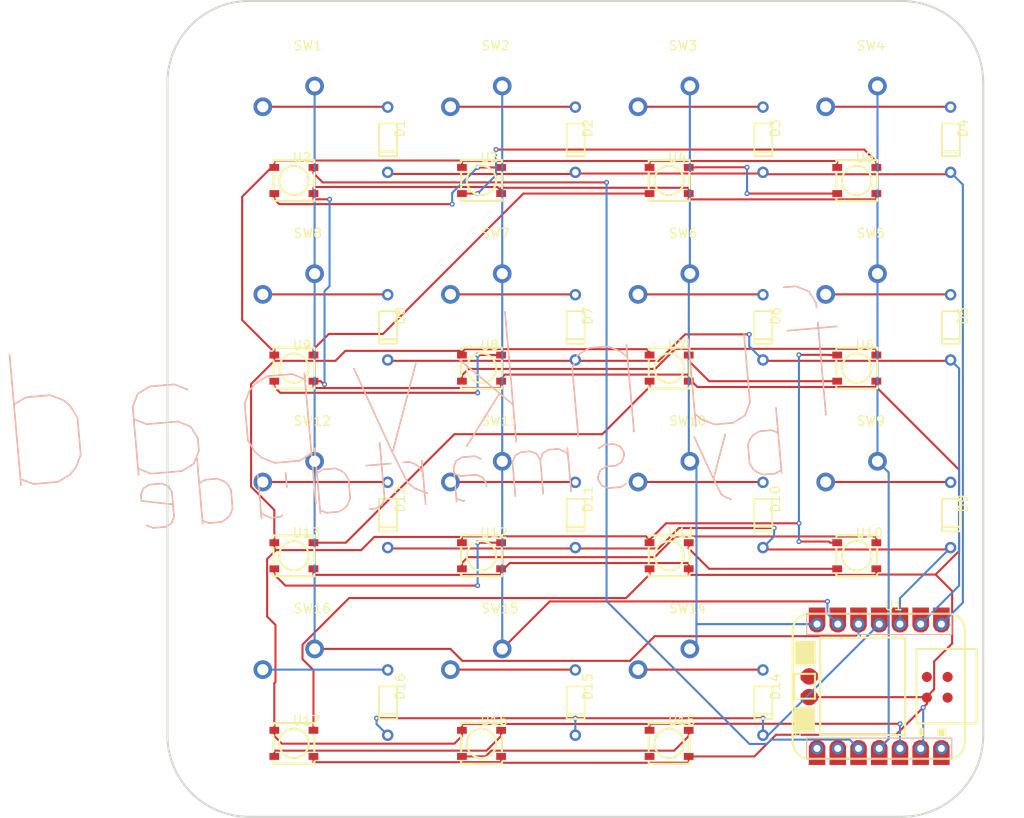
<source format=kicad_pcb>
(kicad_pcb (version 20171130) (host pcbnew "(5.1.5)-3") (page "A4") (layers (0 "F.Cu" signal) (31 "B.Cu" signal) (32 "B.Adhes" user) (33 "F.Adhes" user) (34 "B.Paste" user) (35 "F.Paste" user) (36 "B.SilkS" user) (37 "F.SilkS" user) (38 "B.Mask" user) (39 "F.Mask" user) (40 "Dwgs.User" user) (41 "Cmts.User" user) (42 "Eco1.User" user) (43 "Eco2.User" user) (44 "Edge.Cuts" user) (45 "Margin" user) (46 "B.CrtYd" user) (47 "F.CrtYd" user) (48 "B.Fab" user hide) (49 "F.Fab" user hide)) (net 0 "") (net 1 "COL0") (net 2 "COL1") (net 3 "COL2") (net 4 "COL3") (net 5 "D12_1") (net 6 "D16_1") (net 7 "D2_1") (net 8 "D3_1") (net 9 "D4_1") (net 10 "D8_1") (net 11 "DIN") (net 12 "GND") (net 13 "ROW0") (net 14 "ROW1") (net 15 "ROW2") (net 16 "ROW3") (net 17 "SW10_R") (net 18 "SW11_R") (net 19 "SW14_R") (net 20 "SW15_R") (net 21 "SW1_R") (net 22 "SW5_R") (net 23 "SW6_R") (net 24 "SW7_R") (net 25 "SW9_R") (net 26 "U10_2") (net 27 "U10_4") (net 28 "U11_2") (net 29 "U12_4") (net 30 "U15_4") (net 31 "U16_4") (net 32 "U2_2") (net 33 "U3_2") (net 34 "U4_2") (net 35 "U4_4") (net 36 "U6_2") (net 37 "U6_4") (net 38 "U7_2") (net 39 "U8_4") (net 40 "VCC") (segment (start 99.954 177.218) (end 102.587 174.585) (width 0.254) (layer "B.Cu") (net 13)) (segment (start 102.587 174.585) (end 102.587 123.345) (width 0.254) (layer "B.Cu") (net 13)) (segment (start 102.587 123.345) (end 101.08 121.838) (width 0.254) (layer "B.Cu") (net 13)) (segment (start 78.08 144.838) (end 76.4 143.158) (width 0.254) (layer "B.Cu") (net 14)) (segment (start 76.4 143.158) (end 76.4 141.7) (width 0.254) (layer "B.Cu") (net 14)) (segment (start 97.414 177.218) (end 102.126 172.506) (width 0.254) (layer "B.Cu") (net 14)) (segment (start 102.126 172.506) (end 102.126 145.884) (width 0.254) (layer "B.Cu") (net 14)) (segment (start 102.126 145.884) (end 101.08 144.838) (width 0.254) (layer "B.Cu") (net 14)) (segment (start 78.08 167.838) (end 79.446 166.472) (width 0.254) (layer "B.Cu") (net 15)) (segment (start 79.446 166.472) (end 79.446 165.444) (width 0.254) (layer "B.Cu") (net 15)) (segment (start 94.874 177.218) (end 94.874 174.044) (width 0.254) (layer "B.Cu") (net 15)) (segment (start 94.874 174.044) (end 101.08 167.838) (width 0.254) (layer "B.Cu") (net 15)) (segment (start 32.08 190.838) (end 30.715 189.473) (width 0.254) (layer "B.Cu") (net 16)) (segment (start 30.715 189.473) (end 30.715 188.754) (width 0.254) (layer "B.Cu") (net 16)) (segment (start 78.08 190.838) (end 78.08 188.754) (width 0.254) (layer "B.Cu") (net 16)) (segment (start 78.08 190.838) (end 78.714 190.838) (width 0.254) (layer "B.Cu") (net 16)) (segment (start 78.714 190.838) (end 92.334 177.218) (width 0.254) (layer "B.Cu") (net 16)) (segment (start 55.08 190.838) (end 55.08 188.754) (width 0.254) (layer "B.Cu") (net 16)) (segment (start 16.77 182.798) (end 32.04 182.798) (width 0.254) (layer "B.Cu") (net 6)) (segment (start 32.04 182.798) (end 32.08 182.838) (width 0.254) (layer "B.Cu") (net 6)) (segment (start 23.12 134.258) (end 23.12 157.258) (width 0.254) (layer "B.Cu") (net 1)) (segment (start 89.794 177.218) (end 89.794 178.701) (width 0.254) (layer "B.Cu") (net 1)) (segment (start 23.12 134.258) (end 23.12 111.258) (width 0.254) (layer "B.Cu") (net 1)) (segment (start 23.12 180.258) (end 23.12 157.258) (width 0.254) (layer "B.Cu") (net 1)) (segment (start 46.12 134.258) (end 46.12 111.258) (width 0.254) (layer "B.Cu") (net 2)) (segment (start 46.12 157.258) (end 46.12 134.258) (width 0.254) (layer "B.Cu") (net 2)) (segment (start 46.12 180.258) (end 46.12 157.258) (width 0.254) (layer "B.Cu") (net 2)) (segment (start 87.254 177.218) (end 85.984 175.948) (width 0.254) (layer "B.Cu") (net 2)) (segment (start 85.984 175.948) (end 85.984 174.433) (width 0.254) (layer "B.Cu") (net 2)) (segment (start 69.12 134.258) (end 68.991 134.386) (width 0.254) (layer "B.Cu") (net 3)) (segment (start 68.991 134.386) (end 68.991 157.129) (width 0.254) (layer "B.Cu") (net 3)) (segment (start 68.991 157.129) (end 69.12 157.258) (width 0.254) (layer "B.Cu") (net 3)) (segment (start 69.12 134.258) (end 69.12 111.258) (width 0.254) (layer "B.Cu") (net 3)) (segment (start 69.928 177.218) (end 69.928 158.066) (width 0.254) (layer "B.Cu") (net 3)) (segment (start 69.928 158.066) (end 69.12 157.258) (width 0.254) (layer "B.Cu") (net 3)) (segment (start 69.12 180.258) (end 69.928 179.449) (width 0.254) (layer "B.Cu") (net 3)) (segment (start 69.928 179.449) (end 69.928 177.218) (width 0.254) (layer "B.Cu") (net 3)) (segment (start 69.928 177.218) (end 84.714 177.218) (width 0.254) (layer "B.Cu") (net 3)) (segment (start 92.12 111.258) (end 92.12 134.258) (width 0.254) (layer "B.Cu") (net 4)) (segment (start 92.12 134.258) (end 92.12 157.258) (width 0.254) (layer "B.Cu") (net 4)) (segment (start 92.334 192.458) (end 93.49 191.302) (width 0.254) (layer "B.Cu") (net 4)) (segment (start 93.49 191.302) (end 93.49 158.628) (width 0.254) (layer "B.Cu") (net 4)) (segment (start 93.49 158.628) (end 92.12 157.258) (width 0.254) (layer "B.Cu") (net 4)) (segment (start 24.335 147.833) (end 24.335 136.403) (width 0.254) (layer "B.Cu") (net 12)) (segment (start 24.335 136.403) (end 24.953 135.785) (width 0.254) (layer "B.Cu") (net 12)) (segment (start 24.953 135.785) (end 24.953 125.142) (width 0.254) (layer "B.Cu") (net 12)) (segment (start 97.414 192.458) (end 97.72 192.151) (width 0.254) (layer "B.Cu") (net 12)) (segment (start 97.72 192.151) (end 97.72 187.443) (width 0.254) (layer "B.Cu") (net 12)) (segment (start 89.794 192.458) (end 88.715 191.379) (width 0.254) (layer "B.Cu") (net 11)) (segment (start 88.715 191.379) (end 79.094 191.379) (width 0.254) (layer "B.Cu") (net 11)) (segment (start 79.094 191.379) (end 78.561 191.911) (width 0.254) (layer "B.Cu") (net 11)) (segment (start 78.561 191.911) (end 76.425 191.911) (width 0.254) (layer "B.Cu") (net 11)) (segment (start 76.425 191.911) (end 58.907 174.394) (width 0.254) (layer "B.Cu") (net 11)) (segment (start 58.907 174.394) (end 58.907 123.071) (width 0.254) (layer "B.Cu") (net 11)) (segment (start 39.984 125.735) (end 39.984 124.355) (width 0.254) (layer "B.Cu") (net 32)) (segment (start 39.984 124.355) (end 43.1 121.238) (width 0.254) (layer "B.Cu") (net 32)) (segment (start 82.492 164.858) (end 82.492 144.208) (width 0.254) (layer "B.Cu") (net 40)) (segment (start 82.492 167.094) (end 82.492 164.858) (width 0.254) (layer "B.Cu") (net 40)) (segment (start 94.874 192.458) (end 94.874 189.439) (width 0.254) (layer "B.Cu") (net 40)) (segment (start 45.356 119.044) (end 45.356 122.182) (width 0.254) (layer "B.Cu") (net 33)) (segment (start 45.356 122.182) (end 43.1 124.438) (width 0.254) (layer "B.Cu") (net 33)) (segment (start 76.129 121.215) (end 76.129 124.438) (width 0.254) (layer "B.Cu") (net 35)) (segment (start 43.1 144.228) (end 43.1 148.864) (width 0.254) (layer "B.Cu") (net 39)) (segment (start 43.1 167.238) (end 43.1 172.495) (width 0.254) (layer "B.Cu") (net 29)) (gr_text funkypad (at 89.08 143.838 5) (layer "B.SilkS") (effects (font (size 16 16) (thickness 0.203)) (justify left mirror))) (gr_text "by smartdude" (at 82.08 154.838 5) (layer "B.SilkS") (effects (font (size 8 8) (thickness 0.203)) (justify left mirror))) (gr_line (start 15.08 100.838) (end 95.08 100.838) (width 0.254) (layer "Edge.Cuts")) (gr_line (start 5.08 190.838) (end 5.08 110.838) (width 0.254) (layer "Edge.Cuts")) (gr_line (start 95.08 200.838) (end 15.08 200.838) (width 0.254) (layer "Edge.Cuts")) (gr_line (start 105.08 110.838) (end 105.08 190.838) (width 0.254) (layer "Edge.Cuts")) (gr_arc (start 95.08 110.838) (end 95.08 100.838) (angle 90) (width 0.254) (layer "Edge.Cuts")) (gr_arc (start 95.08 190.838) (end 105.08 190.838) (angle 90) (width 0.254) (layer "Edge.Cuts")) (gr_arc (start 15.08 190.838) (end 15.08 200.838) (angle 90) (width 0.254) (layer "Edge.Cuts")) (gr_arc (start 15.08 110.838) (end 5.08 110.838) (angle 90) (width 0.254) (layer "Edge.Cuts")) (segment (start 55.08 121.838) (end 54.878 122.04) (width 0.254) (layer "F.Cu") (net 13)) (segment (start 54.878 122.04) (end 32.282 122.04) (width 0.254) (layer "F.Cu") (net 13)) (segment (start 32.282 122.04) (end 32.08 121.838) (width 0.254) (layer "F.Cu") (net 13)) (segment (start 55.08 121.838) (end 55.225 121.983) (width 0.254) (layer "F.Cu") (net 13)) (segment (start 55.225 121.983) (end 77.935 121.983) (width 0.254) (layer "F.Cu") (net 13)) (segment (start 77.935 121.983) (end 78.08 121.838) (width 0.254) (layer "F.Cu") (net 13)) (segment (start 101.08 121.838) (end 100.845 122.073) (width 0.254) (layer "F.Cu") (net 13)) (segment (start 100.845 122.073) (end 78.315 122.073) (width 0.254) (layer "F.Cu") (net 13)) (segment (start 78.315 122.073) (end 78.08 121.838) (width 0.254) (layer "F.Cu") (net 13)) (segment (start 16.77 113.798) (end 32.04 113.798) (width 0.254) (layer "F.Cu") (net 21)) (segment (start 32.04 113.798) (end 32.08 113.838) (width 0.254) (layer "F.Cu") (net 21)) (segment (start 39.77 113.798) (end 55.04 113.798) (width 0.254) (layer "F.Cu") (net 7)) (segment (start 55.04 113.798) (end 55.08 113.838) (width 0.254) (layer "F.Cu") (net 7)) (segment (start 62.77 113.798) (end 78.04 113.798) (width 0.254) (layer "F.Cu") (net 8)) (segment (start 78.04 113.798) (end 78.08 113.838) (width 0.254) (layer "F.Cu") (net 8)) (segment (start 85.77 113.798) (end 101.04 113.798) (width 0.254) (layer "F.Cu") (net 9)) (segment (start 101.04 113.798) (end 101.08 113.838) (width 0.254) (layer "F.Cu") (net 9)) (segment (start 32.08 144.838) (end 32.186 144.944) (width 0.254) (layer "F.Cu") (net 14)) (segment (start 32.186 144.944) (end 54.974 144.944) (width 0.254) (layer "F.Cu") (net 14)) (segment (start 54.974 144.944) (end 55.08 144.838) (width 0.254) (layer "F.Cu") (net 14)) (segment (start 76.4 141.7) (end 68.531 141.7) (width 0.254) (layer "F.Cu") (net 14)) (segment (start 68.531 141.7) (end 65.287 144.944) (width 0.254) (layer "F.Cu") (net 14)) (segment (start 65.287 144.944) (end 55.186 144.944) (width 0.254) (layer "F.Cu") (net 14)) (segment (start 55.186 144.944) (end 55.08 144.838) (width 0.254) (layer "F.Cu") (net 14)) (segment (start 78.08 144.838) (end 78.186 144.944) (width 0.254) (layer "F.Cu") (net 14)) (segment (start 78.186 144.944) (end 100.974 144.944) (width 0.254) (layer "F.Cu") (net 14)) (segment (start 100.974 144.944) (end 101.08 144.838) (width 0.254) (layer "F.Cu") (net 14)) (segment (start 85.77 136.798) (end 101.04 136.798) (width 0.254) (layer "F.Cu") (net 22)) (segment (start 101.04 136.798) (end 101.08 136.838) (width 0.254) (layer "F.Cu") (net 22)) (segment (start 62.77 136.798) (end 78.04 136.798) (width 0.254) (layer "F.Cu") (net 23)) (segment (start 78.04 136.798) (end 78.08 136.838) (width 0.254) (layer "F.Cu") (net 23)) (segment (start 39.77 136.798) (end 55.04 136.798) (width 0.254) (layer "F.Cu") (net 24)) (segment (start 55.04 136.798) (end 55.08 136.838) (width 0.254) (layer "F.Cu") (net 24)) (segment (start 16.77 136.798) (end 32.04 136.798) (width 0.254) (layer "F.Cu") (net 10)) (segment (start 32.04 136.798) (end 32.08 136.838) (width 0.254) (layer "F.Cu") (net 10)) (segment (start 32.08 167.838) (end 32.186 167.944) (width 0.254) (layer "F.Cu") (net 15)) (segment (start 32.186 167.944) (end 54.974 167.944) (width 0.254) (layer "F.Cu") (net 15)) (segment (start 54.974 167.944) (end 55.08 167.838) (width 0.254) (layer "F.Cu") (net 15)) (segment (start 79.446 165.444) (end 67.787 165.444) (width 0.254) (layer "F.Cu") (net 15)) (segment (start 67.787 165.444) (end 65.287 167.944) (width 0.254) (layer "F.Cu") (net 15)) (segment (start 65.287 167.944) (end 55.186 167.944) (width 0.254) (layer "F.Cu") (net 15)) (segment (start 55.186 167.944) (end 55.08 167.838) (width 0.254) (layer "F.Cu") (net 15)) (segment (start 78.08 167.838) (end 78.311 168.069) (width 0.254) (layer "F.Cu") (net 15)) (segment (start 78.311 168.069) (end 100.849 168.069) (width 0.254) (layer "F.Cu") (net 15)) (segment (start 100.849 168.069) (end 101.08 167.838) (width 0.254) (layer "F.Cu") (net 15)) (segment (start 85.77 159.798) (end 101.04 159.798) (width 0.254) (layer "F.Cu") (net 25)) (segment (start 101.04 159.798) (end 101.08 159.838) (width 0.254) (layer "F.Cu") (net 25)) (segment (start 62.77 159.798) (end 78.04 159.798) (width 0.254) (layer "F.Cu") (net 17)) (segment (start 78.04 159.798) (end 78.08 159.838) (width 0.254) (layer "F.Cu") (net 17)) (segment (start 39.77 159.798) (end 55.04 159.798) (width 0.254) (layer "F.Cu") (net 18)) (segment (start 55.04 159.798) (end 55.08 159.838) (width 0.254) (layer "F.Cu") (net 18)) (segment (start 16.77 159.798) (end 32.04 159.798) (width 0.254) (layer "F.Cu") (net 5)) (segment (start 32.04 159.798) (end 32.08 159.838) (width 0.254) (layer "F.Cu") (net 5)) (segment (start 55.08 188.754) (end 30.715 188.754) (width 0.254) (layer "F.Cu") (net 16)) (segment (start 55.08 188.754) (end 78.08 188.754) (width 0.254) (layer "F.Cu") (net 16)) (segment (start 62.77 182.798) (end 78.04 182.798) (width 0.254) (layer "F.Cu") (net 19)) (segment (start 78.04 182.798) (end 78.08 182.838) (width 0.254) (layer "F.Cu") (net 19)) (segment (start 39.77 182.798) (end 55.04 182.798) (width 0.254) (layer "F.Cu") (net 20)) (segment (start 55.04 182.798) (end 55.08 182.838) (width 0.254) (layer "F.Cu") (net 20)) (segment (start 23.12 180.258) (end 39.77 180.258) (width 0.254) (layer "F.Cu") (net 1)) (segment (start 39.77 180.258) (end 41.237 181.725) (width 0.254) (layer "F.Cu") (net 1)) (segment (start 41.237 181.725) (end 61.779 181.725) (width 0.254) (layer "F.Cu") (net 1)) (segment (start 61.779 181.725) (end 64.803 178.701) (width 0.254) (layer "F.Cu") (net 1)) (segment (start 64.803 178.701) (end 89.794 178.701) (width 0.254) (layer "F.Cu") (net 1)) (segment (start 85.984 174.433) (end 51.945 174.433) (width 0.254) (layer "F.Cu") (net 2)) (segment (start 51.945 174.433) (end 46.12 180.258) (width 0.254) (layer "F.Cu") (net 2)) (segment (start 45.98 148.142) (end 45.843 148.279) (width 0.254) (layer "F.Cu") (net 12)) (segment (start 45.843 148.279) (end 23.117 148.279) (width 0.254) (layer "F.Cu") (net 12)) (segment (start 23.117 148.279) (end 22.98 148.142) (width 0.254) (layer "F.Cu") (net 12)) (segment (start 22.98 125.142) (end 24.953 125.142) (width 0.254) (layer "F.Cu") (net 12)) (segment (start 22.98 124.438) (end 22.98 125.142) (width 0.254) (layer "F.Cu") (net 12)) (segment (start 24.335 147.833) (end 24.254 147.833) (width 0.254) (layer "F.Cu") (net 12)) (segment (start 24.254 147.833) (end 23.859 147.438) (width 0.254) (layer "F.Cu") (net 12)) (segment (start 22.98 147.438) (end 23.859 147.438) (width 0.254) (layer "F.Cu") (net 12)) (segment (start 22.98 124.086) (end 22.98 124.438) (width 0.254) (layer "F.Cu") (net 12)) (segment (start 45.98 147.086) (end 46.433 146.633) (width 0.254) (layer "F.Cu") (net 12)) (segment (start 46.433 146.633) (end 68.879 146.633) (width 0.254) (layer "F.Cu") (net 12)) (segment (start 68.879 146.633) (end 68.98 146.734) (width 0.254) (layer "F.Cu") (net 12)) (segment (start 68.98 125.142) (end 68.988 125.151) (width 0.254) (layer "F.Cu") (net 12)) (segment (start 68.988 125.151) (end 91.971 125.151) (width 0.254) (layer "F.Cu") (net 12)) (segment (start 91.971 125.151) (end 91.98 125.142) (width 0.254) (layer "F.Cu") (net 12)) (segment (start 22.98 147.438) (end 22.98 148.142) (width 0.254) (layer "F.Cu") (net 12)) (segment (start 45.98 147.438) (end 45.98 148.142) (width 0.254) (layer "F.Cu") (net 12)) (segment (start 45.98 147.262) (end 45.98 147.438) (width 0.254) (layer "F.Cu") (net 12)) (segment (start 45.98 147.262) (end 45.98 147.086) (width 0.254) (layer "F.Cu") (net 12)) (segment (start 22.98 124.086) (end 22.98 123.734) (width 0.254) (layer "F.Cu") (net 12)) (segment (start 91.98 147.79) (end 91.98 148.142) (width 0.254) (layer "F.Cu") (net 12)) (segment (start 99.242 171.142) (end 102.121 168.263) (width 0.254) (layer "F.Cu") (net 12)) (segment (start 102.121 168.263) (end 102.121 158.301) (width 0.254) (layer "F.Cu") (net 12)) (segment (start 102.121 158.301) (end 91.971 148.151) (width 0.254) (layer "F.Cu") (net 12)) (segment (start 91.98 171.142) (end 99.242 171.142) (width 0.254) (layer "F.Cu") (net 12)) (segment (start 98.112 186.171) (end 99.064 185.22) (width 0.254) (layer "F.Cu") (net 12)) (segment (start 99.064 185.22) (end 99.064 181.797) (width 0.254) (layer "F.Cu") (net 12)) (segment (start 99.064 181.797) (end 101.272 179.589) (width 0.254) (layer "F.Cu") (net 12)) (segment (start 101.272 179.589) (end 101.272 173.172) (width 0.254) (layer "F.Cu") (net 12)) (segment (start 101.272 173.172) (end 99.242 171.142) (width 0.254) (layer "F.Cu") (net 12)) (segment (start 91.971 148.151) (end 91.98 148.142) (width 0.254) (layer "F.Cu") (net 12)) (segment (start 68.98 147.086) (end 70.045 148.151) (width 0.254) (layer "F.Cu") (net 12)) (segment (start 70.045 148.151) (end 91.971 148.151) (width 0.254) (layer "F.Cu") (net 12)) (segment (start 68.98 170.438) (end 68.98 169.734) (width 0.254) (layer "F.Cu") (net 12)) (segment (start 45.98 170.79) (end 47.038 169.732) (width 0.254) (layer "F.Cu") (net 12)) (segment (start 47.038 169.732) (end 68.978 169.732) (width 0.254) (layer "F.Cu") (net 12)) (segment (start 68.978 169.732) (end 68.98 169.734) (width 0.254) (layer "F.Cu") (net 12)) (segment (start 45.98 170.79) (end 45.98 171.142) (width 0.254) (layer "F.Cu") (net 12)) (segment (start 45.98 170.438) (end 45.98 170.79) (width 0.254) (layer "F.Cu") (net 12)) (segment (start 98.112 186.171) (end 98.176 186.235) (width 0.254) (layer "F.Cu") (net 12)) (segment (start 83.749 186.171) (end 98.112 186.171) (width 0.254) (layer "F.Cu") (net 12)) (segment (start 45.98 124.086) (end 45.529 123.635) (width 0.254) (layer "F.Cu") (net 12)) (segment (start 45.529 123.635) (end 23.079 123.635) (width 0.254) (layer "F.Cu") (net 12)) (segment (start 23.079 123.635) (end 22.98 123.734) (width 0.254) (layer "F.Cu") (net 12)) (segment (start 45.98 124.086) (end 45.98 123.734) (width 0.254) (layer "F.Cu") (net 12)) (segment (start 45.98 124.438) (end 45.98 124.086) (width 0.254) (layer "F.Cu") (net 12)) (segment (start 68.98 124.438) (end 68.98 123.734) (width 0.254) (layer "F.Cu") (net 12)) (segment (start 68.98 123.734) (end 68.978 123.732) (width 0.254) (layer "F.Cu") (net 12)) (segment (start 68.978 123.732) (end 45.982 123.732) (width 0.254) (layer "F.Cu") (net 12)) (segment (start 45.982 123.732) (end 45.98 123.734) (width 0.254) (layer "F.Cu") (net 12)) (segment (start 68.98 124.689) (end 68.98 124.438) (width 0.254) (layer "F.Cu") (net 12)) (segment (start 68.98 124.689) (end 68.98 125.142) (width 0.254) (layer "F.Cu") (net 12)) (segment (start 91.98 124.438) (end 91.98 125.142) (width 0.254) (layer "F.Cu") (net 12)) (segment (start 91.98 147.79) (end 91.98 147.438) (width 0.254) (layer "F.Cu") (net 12)) (segment (start 68.98 147.086) (end 68.98 146.734) (width 0.254) (layer "F.Cu") (net 12)) (segment (start 68.98 147.438) (end 68.98 147.086) (width 0.254) (layer "F.Cu") (net 12)) (segment (start 68.98 170.438) (end 68.98 171.142) (width 0.254) (layer "F.Cu") (net 12)) (segment (start 91.98 170.438) (end 91.98 171.142) (width 0.254) (layer "F.Cu") (net 12)) (segment (start 91.98 171.142) (end 91.937 171.185) (width 0.254) (layer "F.Cu") (net 12)) (segment (start 91.937 171.185) (end 69.023 171.185) (width 0.254) (layer "F.Cu") (net 12)) (segment (start 69.023 171.185) (end 68.98 171.142) (width 0.254) (layer "F.Cu") (net 12)) (segment (start 22.98 170.438) (end 22.98 171.142) (width 0.254) (layer "F.Cu") (net 12)) (segment (start 45.98 171.142) (end 45.939 171.183) (width 0.254) (layer "F.Cu") (net 12)) (segment (start 45.939 171.183) (end 23.021 171.183) (width 0.254) (layer "F.Cu") (net 12)) (segment (start 23.021 171.183) (end 22.98 171.142) (width 0.254) (layer "F.Cu") (net 12)) (segment (start 22.98 193.438) (end 22.98 194.142) (width 0.254) (layer "F.Cu") (net 12)) (segment (start 45.98 194.142) (end 45.978 194.144) (width 0.254) (layer "F.Cu") (net 12)) (segment (start 45.978 194.144) (end 22.982 194.144) (width 0.254) (layer "F.Cu") (net 12)) (segment (start 22.982 194.144) (end 22.98 194.142) (width 0.254) (layer "F.Cu") (net 12)) (segment (start 45.98 194.041) (end 45.98 194.142) (width 0.254) (layer "F.Cu") (net 12)) (segment (start 45.98 193.438) (end 45.98 194.041) (width 0.254) (layer "F.Cu") (net 12)) (segment (start 68.98 193.438) (end 68.98 194.142) (width 0.254) (layer "F.Cu") (net 12)) (segment (start 45.98 194.142) (end 46.054 194.216) (width 0.254) (layer "F.Cu") (net 12)) (segment (start 46.054 194.216) (end 68.905 194.216) (width 0.254) (layer "F.Cu") (net 12)) (segment (start 68.905 194.216) (end 68.98 194.142) (width 0.254) (layer "F.Cu") (net 12)) (segment (start 97.72 187.443) (end 94.383 190.781) (width 0.254) (layer "F.Cu") (net 12)) (segment (start 94.383 190.781) (end 79.686 190.781) (width 0.254) (layer "F.Cu") (net 12)) (segment (start 79.686 190.781) (end 77.029 193.438) (width 0.254) (layer "F.Cu") (net 12)) (segment (start 77.029 193.438) (end 68.98 193.438) (width 0.254) (layer "F.Cu") (net 12)) (segment (start 98.176 186.235) (end 98.176 186.987) (width 0.254) (layer "F.Cu") (net 12)) (segment (start 98.176 186.987) (end 97.72 187.443) (width 0.254) (layer "F.Cu") (net 12)) (segment (start 22.98 121.942) (end 24.109 123.071) (width 0.254) (layer "F.Cu") (net 11)) (segment (start 24.109 123.071) (end 58.907 123.071) (width 0.254) (layer "F.Cu") (net 11)) (segment (start 22.98 121.238) (end 22.98 121.942) (width 0.254) (layer "F.Cu") (net 11)) (segment (start 45.98 121.238) (end 43.1 121.238) (width 0.254) (layer "F.Cu") (net 32)) (segment (start 18.18 125.142) (end 18.773 125.735) (width 0.254) (layer "F.Cu") (net 32)) (segment (start 18.773 125.735) (end 39.984 125.735) (width 0.254) (layer "F.Cu") (net 32)) (segment (start 18.18 124.438) (end 18.18 125.142) (width 0.254) (layer "F.Cu") (net 32)) (segment (start 18.385 168.146) (end 28.823 168.146) (width 0.254) (layer "F.Cu") (net 40)) (segment (start 28.823 168.146) (end 30.436 166.534) (width 0.254) (layer "F.Cu") (net 40)) (segment (start 30.436 166.534) (end 41.18 166.534) (width 0.254) (layer "F.Cu") (net 40)) (segment (start 18.18 167.841) (end 18.18 167.942) (width 0.254) (layer "F.Cu") (net 40)) (segment (start 18.18 167.942) (end 18.385 168.146) (width 0.254) (layer "F.Cu") (net 40)) (segment (start 18.18 190.238) (end 18.18 184.467) (width 0.254) (layer "F.Cu") (net 40)) (segment (start 18.18 184.467) (end 18.322 184.325) (width 0.254) (layer "F.Cu") (net 40)) (segment (start 18.322 184.325) (end 18.322 177.31) (width 0.254) (layer "F.Cu") (net 40)) (segment (start 18.322 177.31) (end 17.299 176.287) (width 0.254) (layer "F.Cu") (net 40)) (segment (start 17.299 176.287) (end 17.299 169.232) (width 0.254) (layer "F.Cu") (net 40)) (segment (start 17.299 169.232) (end 18.385 168.146) (width 0.254) (layer "F.Cu") (net 40)) (segment (start 18.18 167.238) (end 18.18 167.841) (width 0.254) (layer "F.Cu") (net 40)) (segment (start 18.18 190.59) (end 18.18 190.238) (width 0.254) (layer "F.Cu") (net 40)) (segment (start 18.18 190.59) (end 18.18 190.942) (width 0.254) (layer "F.Cu") (net 40)) (segment (start 86.301 144.238) (end 86.271 144.208) (width 0.254) (layer "F.Cu") (net 40)) (segment (start 86.271 144.208) (end 82.492 144.208) (width 0.254) (layer "F.Cu") (net 40)) (segment (start 87.18 144.238) (end 86.301 144.238) (width 0.254) (layer "F.Cu") (net 40)) (segment (start 64.18 166.886) (end 66.207 164.858) (width 0.254) (layer "F.Cu") (net 40)) (segment (start 66.207 164.858) (end 82.492 164.858) (width 0.254) (layer "F.Cu") (net 40)) (segment (start 87.18 167.238) (end 86.301 167.238) (width 0.254) (layer "F.Cu") (net 40)) (segment (start 82.492 167.094) (end 86.157 167.094) (width 0.254) (layer "F.Cu") (net 40)) (segment (start 86.157 167.094) (end 86.301 167.238) (width 0.254) (layer "F.Cu") (net 40)) (segment (start 41.18 166.534) (end 41.256 166.457) (width 0.254) (layer "F.Cu") (net 40)) (segment (start 41.256 166.457) (end 63.751 166.457) (width 0.254) (layer "F.Cu") (net 40)) (segment (start 63.751 166.457) (end 64.18 166.886) (width 0.254) (layer "F.Cu") (net 40)) (segment (start 41.18 190.238) (end 41.18 190.942) (width 0.254) (layer "F.Cu") (net 40)) (segment (start 41.18 190.942) (end 40.249 191.873) (width 0.254) (layer "F.Cu") (net 40)) (segment (start 40.249 191.873) (end 19.111 191.873) (width 0.254) (layer "F.Cu") (net 40)) (segment (start 19.111 191.873) (end 18.18 190.942) (width 0.254) (layer "F.Cu") (net 40)) (segment (start 41.18 189.886) (end 41.18 190.238) (width 0.254) (layer "F.Cu") (net 40)) (segment (start 41.18 189.886) (end 41.18 189.534) (width 0.254) (layer "F.Cu") (net 40)) (segment (start 64.18 143.886) (end 63.806 143.512) (width 0.254) (layer "F.Cu") (net 40)) (segment (start 63.806 143.512) (end 41.554 143.512) (width 0.254) (layer "F.Cu") (net 40)) (segment (start 41.554 143.512) (end 41.18 143.886) (width 0.254) (layer "F.Cu") (net 40)) (segment (start 41.18 167.238) (end 41.18 166.534) (width 0.254) (layer "F.Cu") (net 40)) (segment (start 41.18 143.886) (end 41.015 143.721) (width 0.254) (layer "F.Cu") (net 40)) (segment (start 41.015 143.721) (end 26.893 143.721) (width 0.254) (layer "F.Cu") (net 40)) (segment (start 26.893 143.721) (end 25.67 144.944) (width 0.254) (layer "F.Cu") (net 40)) (segment (start 25.67 144.944) (end 18.182 144.944) (width 0.254) (layer "F.Cu") (net 40)) (segment (start 18.182 144.944) (end 18.18 144.942) (width 0.254) (layer "F.Cu") (net 40)) (segment (start 41.18 189.534) (end 41.252 189.462) (width 0.254) (layer "F.Cu") (net 40)) (segment (start 41.252 189.462) (end 64.108 189.462) (width 0.254) (layer "F.Cu") (net 40)) (segment (start 64.108 189.462) (end 64.18 189.534) (width 0.254) (layer "F.Cu") (net 40)) (segment (start 64.18 189.534) (end 64.274 189.439) (width 0.254) (layer "F.Cu") (net 40)) (segment (start 64.274 189.439) (end 94.874 189.439) (width 0.254) (layer "F.Cu") (net 40)) (segment (start 18.18 144.238) (end 18.18 143.534) (width 0.254) (layer "F.Cu") (net 40)) (segment (start 18.18 120.886) (end 14.236 124.83) (width 0.254) (layer "F.Cu") (net 40)) (segment (start 14.236 124.83) (end 14.236 139.942) (width 0.254) (layer "F.Cu") (net 40)) (segment (start 14.236 139.942) (end 17.828 143.534) (width 0.254) (layer "F.Cu") (net 40)) (segment (start 17.828 143.534) (end 18.18 143.534) (width 0.254) (layer "F.Cu") (net 40)) (segment (start 18.18 120.886) (end 18.18 120.534) (width 0.254) (layer "F.Cu") (net 40)) (segment (start 18.18 121.238) (end 18.18 120.886) (width 0.254) (layer "F.Cu") (net 40)) (segment (start 18.18 167.238) (end 18.18 163.221) (width 0.254) (layer "F.Cu") (net 40)) (segment (start 18.18 163.221) (end 15.331 160.372) (width 0.254) (layer "F.Cu") (net 40)) (segment (start 15.331 160.372) (end 15.331 147.791) (width 0.254) (layer "F.Cu") (net 40)) (segment (start 15.331 147.791) (end 18.18 144.942) (width 0.254) (layer "F.Cu") (net 40)) (segment (start 64.18 120.448) (end 87.094 120.448) (width 0.254) (layer "F.Cu") (net 40)) (segment (start 87.094 120.448) (end 87.18 120.534) (width 0.254) (layer "F.Cu") (net 40)) (segment (start 41.18 120.534) (end 41.266 120.448) (width 0.254) (layer "F.Cu") (net 40)) (segment (start 41.266 120.448) (end 64.18 120.448) (width 0.254) (layer "F.Cu") (net 40)) (segment (start 64.18 120.635) (end 64.18 120.448) (width 0.254) (layer "F.Cu") (net 40)) (segment (start 87.18 121.238) (end 87.18 120.534) (width 0.254) (layer "F.Cu") (net 40)) (segment (start 41.18 120.534) (end 41.035 120.389) (width 0.254) (layer "F.Cu") (net 40)) (segment (start 41.035 120.389) (end 18.325 120.389) (width 0.254) (layer "F.Cu") (net 40)) (segment (start 18.325 120.389) (end 18.18 120.534) (width 0.254) (layer "F.Cu") (net 40)) (segment (start 41.18 120.635) (end 41.18 120.534) (width 0.254) (layer "F.Cu") (net 40)) (segment (start 41.18 121.238) (end 41.18 120.635) (width 0.254) (layer "F.Cu") (net 40)) (segment (start 64.18 121.238) (end 64.18 120.635) (width 0.254) (layer "F.Cu") (net 40)) (segment (start 18.18 144.238) (end 18.18 144.942) (width 0.254) (layer "F.Cu") (net 40)) (segment (start 41.18 144.238) (end 41.18 143.886) (width 0.254) (layer "F.Cu") (net 40)) (segment (start 64.18 144.238) (end 64.18 143.886) (width 0.254) (layer "F.Cu") (net 40)) (segment (start 64.18 167.238) (end 64.18 166.886) (width 0.254) (layer "F.Cu") (net 40)) (segment (start 64.18 190.238) (end 64.18 189.534) (width 0.254) (layer "F.Cu") (net 40)) (segment (start 41.18 124.438) (end 43.1 124.438) (width 0.254) (layer "F.Cu") (net 33)) (segment (start 91.98 120.534) (end 90.49 119.044) (width 0.254) (layer "F.Cu") (net 33)) (segment (start 90.49 119.044) (end 45.356 119.044) (width 0.254) (layer "F.Cu") (net 33)) (segment (start 91.98 121.238) (end 91.98 120.534) (width 0.254) (layer "F.Cu") (net 33)) (segment (start 87.18 124.438) (end 76.129 124.438) (width 0.254) (layer "F.Cu") (net 35)) (segment (start 68.98 121.238) (end 69.859 121.238) (width 0.254) (layer "F.Cu") (net 35)) (segment (start 76.129 121.215) (end 69.882 121.215) (width 0.254) (layer "F.Cu") (net 35)) (segment (start 69.882 121.215) (end 69.859 121.238) (width 0.254) (layer "F.Cu") (net 35)) (segment (start 22.98 144.238) (end 22.98 143.534) (width 0.254) (layer "F.Cu") (net 34)) (segment (start 64.18 124.438) (end 48.708 124.438) (width 0.254) (layer "F.Cu") (net 34)) (segment (start 48.708 124.438) (end 31.495 141.651) (width 0.254) (layer "F.Cu") (net 34)) (segment (start 31.495 141.651) (end 24.863 141.651) (width 0.254) (layer "F.Cu") (net 34)) (segment (start 24.863 141.651) (end 22.98 143.534) (width 0.254) (layer "F.Cu") (net 34)) (segment (start 91.98 144.238) (end 91.98 143.534) (width 0.254) (layer "F.Cu") (net 37)) (segment (start 41.18 147.438) (end 41.18 146.734) (width 0.254) (layer "F.Cu") (net 37)) (segment (start 41.18 146.734) (end 41.976 145.938) (width 0.254) (layer "F.Cu") (net 37)) (segment (start 41.976 145.938) (end 64.87 145.938) (width 0.254) (layer "F.Cu") (net 37)) (segment (start 64.87 145.938) (end 67.336 143.472) (width 0.254) (layer "F.Cu") (net 37)) (segment (start 67.336 143.472) (end 91.918 143.472) (width 0.254) (layer "F.Cu") (net 37)) (segment (start 91.918 143.472) (end 91.98 143.534) (width 0.254) (layer "F.Cu") (net 37)) (segment (start 87.18 147.438) (end 71.476 147.438) (width 0.254) (layer "F.Cu") (net 36)) (segment (start 71.476 147.438) (end 68.98 144.942) (width 0.254) (layer "F.Cu") (net 36)) (segment (start 68.98 144.238) (end 68.98 144.942) (width 0.254) (layer "F.Cu") (net 36)) (segment (start 64.18 147.438) (end 64.18 148.142) (width 0.254) (layer "F.Cu") (net 38)) (segment (start 22.98 167.238) (end 26.95 167.238) (width 0.254) (layer "F.Cu") (net 38)) (segment (start 26.95 167.238) (end 40.253 153.935) (width 0.254) (layer "F.Cu") (net 38)) (segment (start 40.253 153.935) (end 58.387 153.935) (width 0.254) (layer "F.Cu") (net 38)) (segment (start 58.387 153.935) (end 64.18 148.142) (width 0.254) (layer "F.Cu") (net 38)) (segment (start 18.18 148.142) (end 18.902 148.864) (width 0.254) (layer "F.Cu") (net 39)) (segment (start 18.902 148.864) (end 43.1 148.864) (width 0.254) (layer "F.Cu") (net 39)) (segment (start 18.18 147.438) (end 18.18 148.142) (width 0.254) (layer "F.Cu") (net 39)) (segment (start 45.98 144.238) (end 45.101 144.238) (width 0.254) (layer "F.Cu") (net 39)) (segment (start 43.1 144.228) (end 45.09 144.228) (width 0.254) (layer "F.Cu") (net 39)) (segment (start 45.09 144.228) (end 45.101 144.238) (width 0.254) (layer "F.Cu") (net 39)) (segment (start 91.98 167.238) (end 91.98 166.534) (width 0.254) (layer "F.Cu") (net 27)) (segment (start 41.18 170.438) (end 41.18 169.734) (width 0.254) (layer "F.Cu") (net 27)) (segment (start 41.18 169.734) (end 41.901 169.012) (width 0.254) (layer "F.Cu") (net 27)) (segment (start 41.901 169.012) (end 64.795 169.012) (width 0.254) (layer "F.Cu") (net 27)) (segment (start 64.795 169.012) (end 67.336 166.472) (width 0.254) (layer "F.Cu") (net 27)) (segment (start 67.336 166.472) (end 91.918 166.472) (width 0.254) (layer "F.Cu") (net 27)) (segment (start 91.918 166.472) (end 91.98 166.534) (width 0.254) (layer "F.Cu") (net 27)) (segment (start 87.18 170.438) (end 71.476 170.438) (width 0.254) (layer "F.Cu") (net 26)) (segment (start 71.476 170.438) (end 68.98 167.942) (width 0.254) (layer "F.Cu") (net 26)) (segment (start 68.98 167.238) (end 68.98 167.942) (width 0.254) (layer "F.Cu") (net 26)) (segment (start 64.18 170.438) (end 64.18 171.142) (width 0.254) (layer "F.Cu") (net 28)) (segment (start 22.98 190.238) (end 22.98 182.858) (width 0.254) (layer "F.Cu") (net 28)) (segment (start 22.98 182.858) (end 21.636 181.514) (width 0.254) (layer "F.Cu") (net 28)) (segment (start 21.636 181.514) (end 21.636 179.727) (width 0.254) (layer "F.Cu") (net 28)) (segment (start 21.636 179.727) (end 27.339 174.025) (width 0.254) (layer "F.Cu") (net 28)) (segment (start 27.339 174.025) (end 61.297 174.025) (width 0.254) (layer "F.Cu") (net 28)) (segment (start 61.297 174.025) (end 64.18 171.142) (width 0.254) (layer "F.Cu") (net 28)) (segment (start 18.18 171.142) (end 19.533 172.495) (width 0.254) (layer "F.Cu") (net 29)) (segment (start 19.533 172.495) (end 43.1 172.495) (width 0.254) (layer "F.Cu") (net 29)) (segment (start 18.18 170.438) (end 18.18 171.142) (width 0.254) (layer "F.Cu") (net 29)) (segment (start 45.98 167.238) (end 43.1 167.238) (width 0.254) (layer "F.Cu") (net 29)) (segment (start 68.98 190.238) (end 68.98 190.942) (width 0.254) (layer "F.Cu") (net 30)) (segment (start 41.18 193.438) (end 44.083 193.438) (width 0.254) (layer "F.Cu") (net 30)) (segment (start 44.083 193.438) (end 44.789 192.732) (width 0.254) (layer "F.Cu") (net 30)) (segment (start 44.789 192.732) (end 67.19 192.732) (width 0.254) (layer "F.Cu") (net 30)) (segment (start 67.19 192.732) (end 68.98 190.942) (width 0.254) (layer "F.Cu") (net 30)) (segment (start 45.98 190.238) (end 45.98 190.942) (width 0.254) (layer "F.Cu") (net 31)) (segment (start 18.18 193.438) (end 18.18 192.734) (width 0.254) (layer "F.Cu") (net 31)) (segment (start 18.18 192.734) (end 18.182 192.732) (width 0.254) (layer "F.Cu") (net 31)) (segment (start 18.182 192.732) (end 44.19 192.732) (width 0.254) (layer "F.Cu") (net 31)) (segment (start 44.19 192.732) (end 45.98 190.942) (width 0.254) (layer "F.Cu") (net 31)) (module "easyeda:DO-35_BD2.2-L4.0-D0.50_1N4148" (layer "F.Cu") (at 32.08 117.838 -90) (fp_text value "1N4148_C18195411" (at -0.19 -3.302 -90) (layer "F.Fab") hide (effects (font (size 1.143 1.143) (thickness 0.152)) (justify left))) (fp_text reference "D1" (at -0.19 -1.524 -90) (layer "F.SilkS") (effects (font (size 1.143 1.143) (thickness 0.152)) (justify left))) (fp_poly (pts (xy 1.027 -0.093) (xy 1.867 -0.093) (xy 1.867 0.187) (xy 1.027 0.187) (xy 0.747 0.187) (xy 0.747 -0.093)) (layer "Cmts.User") (width 0)) (fp_poly (pts (xy -1.167 -0.327) (xy -1.167 0.513) (xy -1.447 0.513) (xy -1.447 -0.327) (xy -1.447 -0.607) (xy -1.167 -0.607)) (layer "Cmts.User") (width 0)) (fp_poly (pts (xy -1.027 0.093) (xy -1.867 0.093) (xy -1.867 -0.187) (xy -1.027 -0.187) (xy -0.747 -0.187) (xy -0.747 0.093)) (layer "Cmts.User") (width 0)) (fp_line (start 1.445 -1.016) (end 1.445 1.016) (width 0.254) (layer "F.SilkS")) (fp_line (start -1.984 -1.143) (end 2.016 -1.143) (width 0.2) (layer "F.SilkS")) (fp_line (start 2.016 -1.143) (end 2.016 1.057) (width 0.2) (layer "F.SilkS")) (fp_line (start 2.016 1.057) (end -1.984 1.057) (width 0.2) (layer "F.SilkS")) (fp_line (start -1.984 1.057) (end -1.984 -1.143) (width 0.2) (layer "F.SilkS")) (pad 2 thru_hole circle (at 4 0 -90) (size 1.4 1.4) (layers "*.Cu" "*.Paste" "*.Mask") (drill 0.8) (net 13 "ROW0")) (pad 1 thru_hole circle (at -4 0 -90) (size 1.4 1.4) (layers "*.Cu" "*.Paste" "*.Mask") (drill 0.8) (net 21 "SW1_R")) (fp_text user gged96a1a7793b78092 (at 0 0) (layer "Cmts.User") (effects (font (size 1 1) (thickness 0.15))))) (module "easyeda:DO-35_BD2.2-L4.0-D0.50_1N4148" (layer "F.Cu") (at 55.08 117.838 -90) (fp_text value "1N4148_C18195411" (at -0.19 -3.302 -90) (layer "F.Fab") hide (effects (font (size 1.143 1.143) (thickness 0.152)) (justify left))) (fp_text reference "D2" (at -0.19 -1.524 -90) (layer "F.SilkS") (effects (font (size 1.143 1.143) (thickness 0.152)) (justify left))) (fp_poly (pts (xy 1.027 -0.093) (xy 1.867 -0.093) (xy 1.867 0.187) (xy 1.027 0.187) (xy 0.747 0.187) (xy 0.747 -0.093)) (layer "Cmts.User") (width 0)) (fp_poly (pts (xy -1.167 -0.327) (xy -1.167 0.513) (xy -1.447 0.513) (xy -1.447 -0.327) (xy -1.447 -0.607) (xy -1.167 -0.607)) (layer "Cmts.User") (width 0)) (fp_poly (pts (xy -1.027 0.093) (xy -1.867 0.093) (xy -1.867 -0.187) (xy -1.027 -0.187) (xy -0.747 -0.187) (xy -0.747 0.093)) (layer "Cmts.User") (width 0)) (fp_line (start 1.445 -1.016) (end 1.445 1.016) (width 0.254) (layer "F.SilkS")) (fp_line (start -1.984 -1.143) (end 2.016 -1.143) (width 0.2) (layer "F.SilkS")) (fp_line (start 2.016 -1.143) (end 2.016 1.057) (width 0.2) (layer "F.SilkS")) (fp_line (start 2.016 1.057) (end -1.984 1.057) (width 0.2) (layer "F.SilkS")) (fp_line (start -1.984 1.057) (end -1.984 -1.143) (width 0.2) (layer "F.SilkS")) (pad 2 thru_hole circle (at 4 0 -90) (size 1.4 1.4) (layers "*.Cu" "*.Paste" "*.Mask") (drill 0.8) (net 13 "ROW0")) (pad 1 thru_hole circle (at -4 0 -90) (size 1.4 1.4) (layers "*.Cu" "*.Paste" "*.Mask") (drill 0.8) (net 7 "D2_1")) (fp_text user ggeb2d0722cd3ded099 (at 0 0) (layer "Cmts.User") (effects (font (size 1 1) (thickness 0.15))))) (module "easyeda:DO-35_BD2.2-L4.0-D0.50_1N4148" (layer "F.Cu") (at 78.08 117.838 -90) (fp_text value "1N4148_C18195411" (at -0.19 -3.302 -90) (layer "F.Fab") hide (effects (font (size 1.143 1.143) (thickness 0.152)) (justify left))) (fp_text reference "D3" (at -0.19 -1.524 -90) (layer "F.SilkS") (effects (font (size 1.143 1.143) (thickness 0.152)) (justify left))) (fp_poly (pts (xy 1.027 -0.093) (xy 1.867 -0.093) (xy 1.867 0.187) (xy 1.027 0.187) (xy 0.747 0.187) (xy 0.747 -0.093)) (layer "Cmts.User") (width 0)) (fp_poly (pts (xy -1.167 -0.327) (xy -1.167 0.513) (xy -1.447 0.513) (xy -1.447 -0.327) (xy -1.447 -0.607) (xy -1.167 -0.607)) (layer "Cmts.User") (width 0)) (fp_poly (pts (xy -1.027 0.093) (xy -1.867 0.093) (xy -1.867 -0.187) (xy -1.027 -0.187) (xy -0.747 -0.187) (xy -0.747 0.093)) (layer "Cmts.User") (width 0)) (fp_line (start 1.445 -1.016) (end 1.445 1.016) (width 0.254) (layer "F.SilkS")) (fp_line (start -1.984 -1.143) (end 2.016 -1.143) (width 0.2) (layer "F.SilkS")) (fp_line (start 2.016 -1.143) (end 2.016 1.057) (width 0.2) (layer "F.SilkS")) (fp_line (start 2.016 1.057) (end -1.984 1.057) (width 0.2) (layer "F.SilkS")) (fp_line (start -1.984 1.057) (end -1.984 -1.143) (width 0.2) (layer "F.SilkS")) (pad 2 thru_hole circle (at 4 0 -90) (size 1.4 1.4) (layers "*.Cu" "*.Paste" "*.Mask") (drill 0.8) (net 13 "ROW0")) (pad 1 thru_hole circle (at -4 0 -90) (size 1.4 1.4) (layers "*.Cu" "*.Paste" "*.Mask") (drill 0.8) (net 8 "D3_1")) (fp_text user gge7473d2b3162c5d76 (at 0 0) (layer "Cmts.User") (effects (font (size 1 1) (thickness 0.15))))) (module "easyeda:DO-35_BD2.2-L4.0-D0.50_1N4148" (layer "F.Cu") (at 101.08 117.838 -90) (fp_text value "1N4148_C18195411" (at -0.19 -3.302 -90) (layer "F.Fab") hide (effects (font (size 1.143 1.143) (thickness 0.152)) (justify left))) (fp_text reference "D4" (at -0.19 -1.524 -90) (layer "F.SilkS") (effects (font (size 1.143 1.143) (thickness 0.152)) (justify left))) (fp_poly (pts (xy 1.027 -0.093) (xy 1.867 -0.093) (xy 1.867 0.187) (xy 1.027 0.187) (xy 0.747 0.187) (xy 0.747 -0.093)) (layer "Cmts.User") (width 0)) (fp_poly (pts (xy -1.167 -0.327) (xy -1.167 0.513) (xy -1.447 0.513) (xy -1.447 -0.327) (xy -1.447 -0.607) (xy -1.167 -0.607)) (layer "Cmts.User") (width 0)) (fp_poly (pts (xy -1.027 0.093) (xy -1.867 0.093) (xy -1.867 -0.187) (xy -1.027 -0.187) (xy -0.747 -0.187) (xy -0.747 0.093)) (layer "Cmts.User") (width 0)) (fp_line (start 1.445 -1.016) (end 1.445 1.016) (width 0.254) (layer "F.SilkS")) (fp_line (start -1.984 -1.143) (end 2.016 -1.143) (width 0.2) (layer "F.SilkS")) (fp_line (start 2.016 -1.143) (end 2.016 1.057) (width 0.2) (layer "F.SilkS")) (fp_line (start 2.016 1.057) (end -1.984 1.057) (width 0.2) (layer "F.SilkS")) (fp_line (start -1.984 1.057) (end -1.984 -1.143) (width 0.2) (layer "F.SilkS")) (pad 2 thru_hole circle (at 4 0 -90) (size 1.4 1.4) (layers "*.Cu" "*.Paste" "*.Mask") (drill 0.8) (net 13 "ROW0")) (pad 1 thru_hole circle (at -4 0 -90) (size 1.4 1.4) (layers "*.Cu" "*.Paste" "*.Mask") (drill 0.8) (net 9 "D4_1")) (fp_text user ggea40457650809e467 (at 0 0) (layer "Cmts.User") (effects (font (size 1 1) (thickness 0.15))))) (module "easyeda:DO-35_BD2.2-L4.0-D0.50_1N4148" (layer "F.Cu") (at 101.08 140.838 -90) (fp_text value "1N4148_C18195411" (at -0.19 -3.302 -90) (layer "F.Fab") hide (effects (font (size 1.143 1.143) (thickness 0.152)) (justify left))) (fp_text reference "D5" (at -0.19 -1.524 -90) (layer "F.SilkS") (effects (font (size 1.143 1.143) (thickness 0.152)) (justify left))) (fp_poly (pts (xy 1.027 -0.093) (xy 1.867 -0.093) (xy 1.867 0.187) (xy 1.027 0.187) (xy 0.747 0.187) (xy 0.747 -0.093)) (layer "Cmts.User") (width 0)) (fp_poly (pts (xy -1.167 -0.327) (xy -1.167 0.513) (xy -1.447 0.513) (xy -1.447 -0.327) (xy -1.447 -0.607) (xy -1.167 -0.607)) (layer "Cmts.User") (width 0)) (fp_poly (pts (xy -1.027 0.093) (xy -1.867 0.093) (xy -1.867 -0.187) (xy -1.027 -0.187) (xy -0.747 -0.187) (xy -0.747 0.093)) (layer "Cmts.User") (width 0)) (fp_line (start 1.445 -1.016) (end 1.445 1.016) (width 0.254) (layer "F.SilkS")) (fp_line (start -1.984 -1.143) (end 2.016 -1.143) (width 0.2) (layer "F.SilkS")) (fp_line (start 2.016 -1.143) (end 2.016 1.057) (width 0.2) (layer "F.SilkS")) (fp_line (start 2.016 1.057) (end -1.984 1.057) (width 0.2) (layer "F.SilkS")) (fp_line (start -1.984 1.057) (end -1.984 -1.143) (width 0.2) (layer "F.SilkS")) (pad 2 thru_hole circle (at 4 0 -90) (size 1.4 1.4) (layers "*.Cu" "*.Paste" "*.Mask") (drill 0.8) (net 14 "ROW1")) (pad 1 thru_hole circle (at -4 0 -90) (size 1.4 1.4) (layers "*.Cu" "*.Paste" "*.Mask") (drill 0.8) (net 22 "SW5_R")) (fp_text user ggedc29a447c844ddb2 (at 0 0) (layer "Cmts.User") (effects (font (size 1 1) (thickness 0.15))))) (module "easyeda:DO-35_BD2.2-L4.0-D0.50_1N4148" (layer "F.Cu") (at 78.08 140.838 -90) (fp_text value "1N4148_C18195411" (at -0.19 -3.302 -90) (layer "F.Fab") hide (effects (font (size 1.143 1.143) (thickness 0.152)) (justify left))) (fp_text reference "D6" (at -0.19 -1.524 -90) (layer "F.SilkS") (effects (font (size 1.143 1.143) (thickness 0.152)) (justify left))) (fp_poly (pts (xy 1.027 -0.093) (xy 1.867 -0.093) (xy 1.867 0.187) (xy 1.027 0.187) (xy 0.747 0.187) (xy 0.747 -0.093)) (layer "Cmts.User") (width 0)) (fp_poly (pts (xy -1.167 -0.327) (xy -1.167 0.513) (xy -1.447 0.513) (xy -1.447 -0.327) (xy -1.447 -0.607) (xy -1.167 -0.607)) (layer "Cmts.User") (width 0)) (fp_poly (pts (xy -1.027 0.093) (xy -1.867 0.093) (xy -1.867 -0.187) (xy -1.027 -0.187) (xy -0.747 -0.187) (xy -0.747 0.093)) (layer "Cmts.User") (width 0)) (fp_line (start 1.445 -1.016) (end 1.445 1.016) (width 0.254) (layer "F.SilkS")) (fp_line (start -1.984 -1.143) (end 2.016 -1.143) (width 0.2) (layer "F.SilkS")) (fp_line (start 2.016 -1.143) (end 2.016 1.057) (width 0.2) (layer "F.SilkS")) (fp_line (start 2.016 1.057) (end -1.984 1.057) (width 0.2) (layer "F.SilkS")) (fp_line (start -1.984 1.057) (end -1.984 -1.143) (width 0.2) (layer "F.SilkS")) (pad 2 thru_hole circle (at 4 0 -90) (size 1.4 1.4) (layers "*.Cu" "*.Paste" "*.Mask") (drill 0.8) (net 14 "ROW1")) (pad 1 thru_hole circle (at -4 0 -90) (size 1.4 1.4) (layers "*.Cu" "*.Paste" "*.Mask") (drill 0.8) (net 23 "SW6_R")) (fp_text user gge46ff2b4895229250 (at 0 0) (layer "Cmts.User") (effects (font (size 1 1) (thickness 0.15))))) (module "easyeda:DO-35_BD2.2-L4.0-D0.50_1N4148" (layer "F.Cu") (at 55.08 140.838 -90) (fp_text value "1N4148_C18195411" (at -0.19 -3.302 -90) (layer "F.Fab") hide (effects (font (size 1.143 1.143) (thickness 0.152)) (justify left))) (fp_text reference "D7" (at -0.19 -1.524 -90) (layer "F.SilkS") (effects (font (size 1.143 1.143) (thickness 0.152)) (justify left))) (fp_poly (pts (xy 1.027 -0.093) (xy 1.867 -0.093) (xy 1.867 0.187) (xy 1.027 0.187) (xy 0.747 0.187) (xy 0.747 -0.093)) (layer "Cmts.User") (width 0)) (fp_poly (pts (xy -1.167 -0.327) (xy -1.167 0.513) (xy -1.447 0.513) (xy -1.447 -0.327) (xy -1.447 -0.607) (xy -1.167 -0.607)) (layer "Cmts.User") (width 0)) (fp_poly (pts (xy -1.027 0.093) (xy -1.867 0.093) (xy -1.867 -0.187) (xy -1.027 -0.187) (xy -0.747 -0.187) (xy -0.747 0.093)) (layer "Cmts.User") (width 0)) (fp_line (start 1.445 -1.016) (end 1.445 1.016) (width 0.254) (layer "F.SilkS")) (fp_line (start -1.984 -1.143) (end 2.016 -1.143) (width 0.2) (layer "F.SilkS")) (fp_line (start 2.016 -1.143) (end 2.016 1.057) (width 0.2) (layer "F.SilkS")) (fp_line (start 2.016 1.057) (end -1.984 1.057) (width 0.2) (layer "F.SilkS")) (fp_line (start -1.984 1.057) (end -1.984 -1.143) (width 0.2) (layer "F.SilkS")) (pad 2 thru_hole circle (at 4 0 -90) (size 1.4 1.4) (layers "*.Cu" "*.Paste" "*.Mask") (drill 0.8) (net 14 "ROW1")) (pad 1 thru_hole circle (at -4 0 -90) (size 1.4 1.4) (layers "*.Cu" "*.Paste" "*.Mask") (drill 0.8) (net 24 "SW7_R")) (fp_text user gge1e5166cd636169b4 (at 0 0) (layer "Cmts.User") (effects (font (size 1 1) (thickness 0.15))))) (module "easyeda:DO-35_BD2.2-L4.0-D0.50_1N4148" (layer "F.Cu") (at 32.08 140.838 -90) (fp_text value "1N4148_C18195411" (at -0.19 -3.302 -90) (layer "F.Fab") hide (effects (font (size 1.143 1.143) (thickness 0.152)) (justify left))) (fp_text reference "D8" (at -0.19 -1.524 -90) (layer "F.SilkS") (effects (font (size 1.143 1.143) (thickness 0.152)) (justify left))) (fp_poly (pts (xy 1.027 -0.093) (xy 1.867 -0.093) (xy 1.867 0.187) (xy 1.027 0.187) (xy 0.747 0.187) (xy 0.747 -0.093)) (layer "Cmts.User") (width 0)) (fp_poly (pts (xy -1.167 -0.327) (xy -1.167 0.513) (xy -1.447 0.513) (xy -1.447 -0.327) (xy -1.447 -0.607) (xy -1.167 -0.607)) (layer "Cmts.User") (width 0)) (fp_poly (pts (xy -1.027 0.093) (xy -1.867 0.093) (xy -1.867 -0.187) (xy -1.027 -0.187) (xy -0.747 -0.187) (xy -0.747 0.093)) (layer "Cmts.User") (width 0)) (fp_line (start 1.445 -1.016) (end 1.445 1.016) (width 0.254) (layer "F.SilkS")) (fp_line (start -1.984 -1.143) (end 2.016 -1.143) (width 0.2) (layer "F.SilkS")) (fp_line (start 2.016 -1.143) (end 2.016 1.057) (width 0.2) (layer "F.SilkS")) (fp_line (start 2.016 1.057) (end -1.984 1.057) (width 0.2) (layer "F.SilkS")) (fp_line (start -1.984 1.057) (end -1.984 -1.143) (width 0.2) (layer "F.SilkS")) (pad 2 thru_hole circle (at 4 0 -90) (size 1.4 1.4) (layers "*.Cu" "*.Paste" "*.Mask") (drill 0.8) (net 14 "ROW1")) (pad 1 thru_hole circle (at -4 0 -90) (size 1.4 1.4) (layers "*.Cu" "*.Paste" "*.Mask") (drill 0.8) (net 10 "D8_1")) (fp_text user ggef0043d41e60eeccb (at 0 0) (layer "Cmts.User") (effects (font (size 1 1) (thickness 0.15))))) (module "easyeda:DO-35_BD2.2-L4.0-D0.50_1N4148" (layer "F.Cu") (at 101.08 163.838 -90) (fp_text value "1N4148_C18195411" (at -0.19 -3.302 -90) (layer "F.Fab") hide (effects (font (size 1.143 1.143) (thickness 0.152)) (justify left))) (fp_text reference "D9" (at -0.19 -1.524 -90) (layer "F.SilkS") (effects (font (size 1.143 1.143) (thickness 0.152)) (justify left))) (fp_poly (pts (xy 1.027 -0.093) (xy 1.867 -0.093) (xy 1.867 0.187) (xy 1.027 0.187) (xy 0.747 0.187) (xy 0.747 -0.093)) (layer "Cmts.User") (width 0)) (fp_poly (pts (xy -1.167 -0.327) (xy -1.167 0.513) (xy -1.447 0.513) (xy -1.447 -0.327) (xy -1.447 -0.607) (xy -1.167 -0.607)) (layer "Cmts.User") (width 0)) (fp_poly (pts (xy -1.027 0.093) (xy -1.867 0.093) (xy -1.867 -0.187) (xy -1.027 -0.187) (xy -0.747 -0.187) (xy -0.747 0.093)) (layer "Cmts.User") (width 0)) (fp_line (start 1.445 -1.016) (end 1.445 1.016) (width 0.254) (layer "F.SilkS")) (fp_line (start -1.984 -1.143) (end 2.016 -1.143) (width 0.2) (layer "F.SilkS")) (fp_line (start 2.016 -1.143) (end 2.016 1.057) (width 0.2) (layer "F.SilkS")) (fp_line (start 2.016 1.057) (end -1.984 1.057) (width 0.2) (layer "F.SilkS")) (fp_line (start -1.984 1.057) (end -1.984 -1.143) (width 0.2) (layer "F.SilkS")) (pad 2 thru_hole circle (at 4 0 -90) (size 1.4 1.4) (layers "*.Cu" "*.Paste" "*.Mask") (drill 0.8) (net 15 "ROW2")) (pad 1 thru_hole circle (at -4 0 -90) (size 1.4 1.4) (layers "*.Cu" "*.Paste" "*.Mask") (drill 0.8) (net 25 "SW9_R")) (fp_text user gge34144287ede973e0 (at 0 0) (layer "Cmts.User") (effects (font (size 1 1) (thickness 0.15))))) (module "easyeda:DO-35_BD2.2-L4.0-D0.50_1N4148" (layer "F.Cu") (at 78.08 163.838 -90) (fp_text value "1N4148_C18195411" (at -0.19 -3.302 -90) (layer "F.Fab") hide (effects (font (size 1.143 1.143) (thickness 0.152)) (justify left))) (fp_text reference "D10" (at -0.19 -1.524 -90) (layer "F.SilkS") (effects (font (size 1.143 1.143) (thickness 0.152)) (justify left))) (fp_poly (pts (xy 1.027 -0.093) (xy 1.867 -0.093) (xy 1.867 0.187) (xy 1.027 0.187) (xy 0.747 0.187) (xy 0.747 -0.093)) (layer "Cmts.User") (width 0)) (fp_poly (pts (xy -1.167 -0.327) (xy -1.167 0.513) (xy -1.447 0.513) (xy -1.447 -0.327) (xy -1.447 -0.607) (xy -1.167 -0.607)) (layer "Cmts.User") (width 0)) (fp_poly (pts (xy -1.027 0.093) (xy -1.867 0.093) (xy -1.867 -0.187) (xy -1.027 -0.187) (xy -0.747 -0.187) (xy -0.747 0.093)) (layer "Cmts.User") (width 0)) (fp_line (start 1.445 -1.016) (end 1.445 1.016) (width 0.254) (layer "F.SilkS")) (fp_line (start -1.984 -1.143) (end 2.016 -1.143) (width 0.2) (layer "F.SilkS")) (fp_line (start 2.016 -1.143) (end 2.016 1.057) (width 0.2) (layer "F.SilkS")) (fp_line (start 2.016 1.057) (end -1.984 1.057) (width 0.2) (layer "F.SilkS")) (fp_line (start -1.984 1.057) (end -1.984 -1.143) (width 0.2) (layer "F.SilkS")) (pad 2 thru_hole circle (at 4 0 -90) (size 1.4 1.4) (layers "*.Cu" "*.Paste" "*.Mask") (drill 0.8) (net 15 "ROW2")) (pad 1 thru_hole circle (at -4 0 -90) (size 1.4 1.4) (layers "*.Cu" "*.Paste" "*.Mask") (drill 0.8) (net 17 "SW10_R")) (fp_text user gge2f37301a20563503 (at 0 0) (layer "Cmts.User") (effects (font (size 1 1) (thickness 0.15))))) (module "easyeda:DO-35_BD2.2-L4.0-D0.50_1N4148" (layer "F.Cu") (at 55.08 163.838 -90) (fp_text value "1N4148_C18195411" (at -0.19 -3.302 -90) (layer "F.Fab") hide (effects (font (size 1.143 1.143) (thickness 0.152)) (justify left))) (fp_text reference "D11" (at -0.19 -1.524 -90) (layer "F.SilkS") (effects (font (size 1.143 1.143) (thickness 0.152)) (justify left))) (fp_poly (pts (xy 1.027 -0.093) (xy 1.867 -0.093) (xy 1.867 0.187) (xy 1.027 0.187) (xy 0.747 0.187) (xy 0.747 -0.093)) (layer "Cmts.User") (width 0)) (fp_poly (pts (xy -1.167 -0.327) (xy -1.167 0.513) (xy -1.447 0.513) (xy -1.447 -0.327) (xy -1.447 -0.607) (xy -1.167 -0.607)) (layer "Cmts.User") (width 0)) (fp_poly (pts (xy -1.027 0.093) (xy -1.867 0.093) (xy -1.867 -0.187) (xy -1.027 -0.187) (xy -0.747 -0.187) (xy -0.747 0.093)) (layer "Cmts.User") (width 0)) (fp_line (start 1.445 -1.016) (end 1.445 1.016) (width 0.254) (layer "F.SilkS")) (fp_line (start -1.984 -1.143) (end 2.016 -1.143) (width 0.2) (layer "F.SilkS")) (fp_line (start 2.016 -1.143) (end 2.016 1.057) (width 0.2) (layer "F.SilkS")) (fp_line (start 2.016 1.057) (end -1.984 1.057) (width 0.2) (layer "F.SilkS")) (fp_line (start -1.984 1.057) (end -1.984 -1.143) (width 0.2) (layer "F.SilkS")) (pad 2 thru_hole circle (at 4 0 -90) (size 1.4 1.4) (layers "*.Cu" "*.Paste" "*.Mask") (drill 0.8) (net 15 "ROW2")) (pad 1 thru_hole circle (at -4 0 -90) (size 1.4 1.4) (layers "*.Cu" "*.Paste" "*.Mask") (drill 0.8) (net 18 "SW11_R")) (fp_text user gge9065b26c48c32b1a (at 0 0) (layer "Cmts.User") (effects (font (size 1 1) (thickness 0.15))))) (module "easyeda:DO-35_BD2.2-L4.0-D0.50_1N4148" (layer "F.Cu") (at 32.08 163.838 -90) (fp_text value "1N4148_C18195411" (at -0.19 -3.302 -90) (layer "F.Fab") hide (effects (font (size 1.143 1.143) (thickness 0.152)) (justify left))) (fp_text reference "D12" (at -0.19 -1.524 -90) (layer "F.SilkS") (effects (font (size 1.143 1.143) (thickness 0.152)) (justify left))) (fp_poly (pts (xy 1.027 -0.093) (xy 1.867 -0.093) (xy 1.867 0.187) (xy 1.027 0.187) (xy 0.747 0.187) (xy 0.747 -0.093)) (layer "Cmts.User") (width 0)) (fp_poly (pts (xy -1.167 -0.327) (xy -1.167 0.513) (xy -1.447 0.513) (xy -1.447 -0.327) (xy -1.447 -0.607) (xy -1.167 -0.607)) (layer "Cmts.User") (width 0)) (fp_poly (pts (xy -1.027 0.093) (xy -1.867 0.093) (xy -1.867 -0.187) (xy -1.027 -0.187) (xy -0.747 -0.187) (xy -0.747 0.093)) (layer "Cmts.User") (width 0)) (fp_line (start 1.445 -1.016) (end 1.445 1.016) (width 0.254) (layer "F.SilkS")) (fp_line (start -1.984 -1.143) (end 2.016 -1.143) (width 0.2) (layer "F.SilkS")) (fp_line (start 2.016 -1.143) (end 2.016 1.057) (width 0.2) (layer "F.SilkS")) (fp_line (start 2.016 1.057) (end -1.984 1.057) (width 0.2) (layer "F.SilkS")) (fp_line (start -1.984 1.057) (end -1.984 -1.143) (width 0.2) (layer "F.SilkS")) (pad 2 thru_hole circle (at 4 0 -90) (size 1.4 1.4) (layers "*.Cu" "*.Paste" "*.Mask") (drill 0.8) (net 15 "ROW2")) (pad 1 thru_hole circle (at -4 0 -90) (size 1.4 1.4) (layers "*.Cu" "*.Paste" "*.Mask") (drill 0.8) (net 5 "D12_1")) (fp_text user gge8e531a916b32d981 (at 0 0) (layer "Cmts.User") (effects (font (size 1 1) (thickness 0.15))))) (module "easyeda:DO-35_BD2.2-L4.0-D0.50_1N4148" (layer "F.Cu") (at 78.08 186.838 -90) (fp_text value "1N4148_C18195411" (at -0.19 -3.302 -90) (layer "F.Fab") hide (effects (font (size 1.143 1.143) (thickness 0.152)) (justify left))) (fp_text reference "D14" (at -0.19 -1.524 -90) (layer "F.SilkS") (effects (font (size 1.143 1.143) (thickness 0.152)) (justify left))) (fp_poly (pts (xy 1.027 -0.093) (xy 1.867 -0.093) (xy 1.867 0.187) (xy 1.027 0.187) (xy 0.747 0.187) (xy 0.747 -0.093)) (layer "Cmts.User") (width 0)) (fp_poly (pts (xy -1.167 -0.327) (xy -1.167 0.513) (xy -1.447 0.513) (xy -1.447 -0.327) (xy -1.447 -0.607) (xy -1.167 -0.607)) (layer "Cmts.User") (width 0)) (fp_poly (pts (xy -1.027 0.093) (xy -1.867 0.093) (xy -1.867 -0.187) (xy -1.027 -0.187) (xy -0.747 -0.187) (xy -0.747 0.093)) (layer "Cmts.User") (width 0)) (fp_line (start 1.445 -1.016) (end 1.445 1.016) (width 0.254) (layer "F.SilkS")) (fp_line (start -1.984 -1.143) (end 2.016 -1.143) (width 0.2) (layer "F.SilkS")) (fp_line (start 2.016 -1.143) (end 2.016 1.057) (width 0.2) (layer "F.SilkS")) (fp_line (start 2.016 1.057) (end -1.984 1.057) (width 0.2) (layer "F.SilkS")) (fp_line (start -1.984 1.057) (end -1.984 -1.143) (width 0.2) (layer "F.SilkS")) (pad 2 thru_hole circle (at 4 0 -90) (size 1.4 1.4) (layers "*.Cu" "*.Paste" "*.Mask") (drill 0.8) (net 16 "ROW3")) (pad 1 thru_hole circle (at -4 0 -90) (size 1.4 1.4) (layers "*.Cu" "*.Paste" "*.Mask") (drill 0.8) (net 19 "SW14_R")) (fp_text user gge0dcca98dbb6bdfa4 (at 0 0) (layer "Cmts.User") (effects (font (size 1 1) (thickness 0.15))))) (module "easyeda:DO-35_BD2.2-L4.0-D0.50_1N4148" (layer "F.Cu") (at 55.08 186.838 -90) (fp_text value "1N4148_C18195411" (at -0.19 -3.302 -90) (layer "F.Fab") hide (effects (font (size 1.143 1.143) (thickness 0.152)) (justify left))) (fp_text reference "D15" (at -0.19 -1.524 -90) (layer "F.SilkS") (effects (font (size 1.143 1.143) (thickness 0.152)) (justify left))) (fp_poly (pts (xy 1.027 -0.093) (xy 1.867 -0.093) (xy 1.867 0.187) (xy 1.027 0.187) (xy 0.747 0.187) (xy 0.747 -0.093)) (layer "Cmts.User") (width 0)) (fp_poly (pts (xy -1.167 -0.327) (xy -1.167 0.513) (xy -1.447 0.513) (xy -1.447 -0.327) (xy -1.447 -0.607) (xy -1.167 -0.607)) (layer "Cmts.User") (width 0)) (fp_poly (pts (xy -1.027 0.093) (xy -1.867 0.093) (xy -1.867 -0.187) (xy -1.027 -0.187) (xy -0.747 -0.187) (xy -0.747 0.093)) (layer "Cmts.User") (width 0)) (fp_line (start 1.445 -1.016) (end 1.445 1.016) (width 0.254) (layer "F.SilkS")) (fp_line (start -1.984 -1.143) (end 2.016 -1.143) (width 0.2) (layer "F.SilkS")) (fp_line (start 2.016 -1.143) (end 2.016 1.057) (width 0.2) (layer "F.SilkS")) (fp_line (start 2.016 1.057) (end -1.984 1.057) (width 0.2) (layer "F.SilkS")) (fp_line (start -1.984 1.057) (end -1.984 -1.143) (width 0.2) (layer "F.SilkS")) (pad 2 thru_hole circle (at 4 0 -90) (size 1.4 1.4) (layers "*.Cu" "*.Paste" "*.Mask") (drill 0.8) (net 16 "ROW3")) (pad 1 thru_hole circle (at -4 0 -90) (size 1.4 1.4) (layers "*.Cu" "*.Paste" "*.Mask") (drill 0.8) (net 20 "SW15_R")) (fp_text user gge4e9fb677a07f3f7b (at 0 0) (layer "Cmts.User") (effects (font (size 1 1) (thickness 0.15))))) (module "easyeda:DO-35_BD2.2-L4.0-D0.50_1N4148" (layer "F.Cu") (at 32.08 186.838 -90) (fp_text value "1N4148_C18195411" (at -0.19 -3.302 -90) (layer "F.Fab") hide (effects (font (size 1.143 1.143) (thickness 0.152)) (justify left))) (fp_text reference "D16" (at -0.19 -1.524 -90) (layer "F.SilkS") (effects (font (size 1.143 1.143) (thickness 0.152)) (justify left))) (fp_poly (pts (xy 1.027 -0.093) (xy 1.867 -0.093) (xy 1.867 0.187) (xy 1.027 0.187) (xy 0.747 0.187) (xy 0.747 -0.093)) (layer "Cmts.User") (width 0)) (fp_poly (pts (xy -1.167 -0.327) (xy -1.167 0.513) (xy -1.447 0.513) (xy -1.447 -0.327) (xy -1.447 -0.607) (xy -1.167 -0.607)) (layer "Cmts.User") (width 0)) (fp_poly (pts (xy -1.027 0.093) (xy -1.867 0.093) (xy -1.867 -0.187) (xy -1.027 -0.187) (xy -0.747 -0.187) (xy -0.747 0.093)) (layer "Cmts.User") (width 0)) (fp_line (start 1.445 -1.016) (end 1.445 1.016) (width 0.254) (layer "F.SilkS")) (fp_line (start -1.984 -1.143) (end 2.016 -1.143) (width 0.2) (layer "F.SilkS")) (fp_line (start 2.016 -1.143) (end 2.016 1.057) (width 0.2) (layer "F.SilkS")) (fp_line (start 2.016 1.057) (end -1.984 1.057) (width 0.2) (layer "F.SilkS")) (fp_line (start -1.984 1.057) (end -1.984 -1.143) (width 0.2) (layer "F.SilkS")) (pad 2 thru_hole circle (at 4 0 -90) (size 1.4 1.4) (layers "*.Cu" "*.Paste" "*.Mask") (drill 0.8) (net 16 "ROW3")) (pad 1 thru_hole circle (at -4 0 -90) (size 1.4 1.4) (layers "*.Cu" "*.Paste" "*.Mask") (drill 0.8) (net 6 "D16_1")) (fp_text user gge74da5aae956e4541 (at 0 0) (layer "Cmts.User") (effects (font (size 1 1) (thickness 0.15))))) (module "easyeda:CHERRY MX SWITCH 1.0U" (layer "F.Cu") (at 20.58 116.338) (fp_text value "CHERRY MX SWITCH 1.0U" (at -0.126 -11.81 0) (layer "F.Fab") hide (effects (font (size 1.143 1.143) (thickness 0.152)) (justify left))) (fp_text reference "SW1" (at -0.126 -10.032 0) (layer "F.SilkS") (effects (font (size 1.143 1.143) (thickness 0.152)) (justify left))) (fp_line (start -9.525 -9.525) (end 9.525 -9.525) (width 0.254) (layer "Cmts.User")) (fp_line (start 9.525 -9.525) (end 9.525 9.525) (width 0.254) (layer "Cmts.User")) (fp_line (start 9.525 9.525) (end -9.525 9.525) (width 0.254) (layer "Cmts.User")) (fp_line (start -9.525 9.525) (end -9.525 -9.525) (width 0.254) (layer "Cmts.User")) (pad "" np_thru_hole circle (at 0 0) (size 4.064 4.064) (drill 4.064) (layers "*.Cu" "*.Mask")) (pad "" np_thru_hole circle (at 5.08 0) (size 1.778 1.778) (drill 1.778) (layers "*.Cu" "*.Mask")) (pad "" np_thru_hole circle (at -5.08 0) (size 1.778 1.778) (drill 1.778) (layers "*.Cu" "*.Mask")) (pad "R" thru_hole circle (at -3.81 -2.54 0) (size 2.286 2.286) (layers "*.Cu" "*.Paste" "*.Mask") (drill 1.372) (net 21 "SW1_R")) (pad "C" thru_hole circle (at 2.54 -5.08 0) (size 2.286 2.286) (layers "*.Cu" "*.Paste" "*.Mask") (drill 1.372) (net 1 "COL0")) (fp_text user gge0b75583eee8d8dec (at 0 0) (layer "Cmts.User") (effects (font (size 1 1) (thickness 0.15))))) (module "easyeda:CHERRY MX SWITCH 1.0U" (layer "F.Cu") (at 43.58 116.338) (fp_text value "CHERRY MX SWITCH 1.0U" (at -0.126 -11.81 0) (layer "F.Fab") hide (effects (font (size 1.143 1.143) (thickness 0.152)) (justify left))) (fp_text reference "SW2" (at -0.126 -10.032 0) (layer "F.SilkS") (effects (font (size 1.143 1.143) (thickness 0.152)) (justify left))) (fp_line (start -9.525 -9.525) (end 9.525 -9.525) (width 0.254) (layer "Cmts.User")) (fp_line (start 9.525 -9.525) (end 9.525 9.525) (width 0.254) (layer "Cmts.User")) (fp_line (start 9.525 9.525) (end -9.525 9.525) (width 0.254) (layer "Cmts.User")) (fp_line (start -9.525 9.525) (end -9.525 -9.525) (width 0.254) (layer "Cmts.User")) (pad "" np_thru_hole circle (at 0 0) (size 4.064 4.064) (drill 4.064) (layers "*.Cu" "*.Mask")) (pad "" np_thru_hole circle (at 5.08 0) (size 1.778 1.778) (drill 1.778) (layers "*.Cu" "*.Mask")) (pad "" np_thru_hole circle (at -5.08 0) (size 1.778 1.778) (drill 1.778) (layers "*.Cu" "*.Mask")) (pad "R" thru_hole circle (at -3.81 -2.54 0) (size 2.286 2.286) (layers "*.Cu" "*.Paste" "*.Mask") (drill 1.372) (net 7 "D2_1")) (pad "C" thru_hole circle (at 2.54 -5.08 0) (size 2.286 2.286) (layers "*.Cu" "*.Paste" "*.Mask") (drill 1.372) (net 2 "COL1")) (fp_text user ggef0b6c2a509196518 (at 0 0) (layer "Cmts.User") (effects (font (size 1 1) (thickness 0.15))))) (module "easyeda:CHERRY MX SWITCH 1.0U" (layer "F.Cu") (at 66.58 116.338) (fp_text value "CHERRY MX SWITCH 1.0U" (at -0.126 -11.81 0) (layer "F.Fab") hide (effects (font (size 1.143 1.143) (thickness 0.152)) (justify left))) (fp_text reference "SW3" (at -0.126 -10.032 0) (layer "F.SilkS") (effects (font (size 1.143 1.143) (thickness 0.152)) (justify left))) (fp_line (start -9.525 -9.525) (end 9.525 -9.525) (width 0.254) (layer "Cmts.User")) (fp_line (start 9.525 -9.525) (end 9.525 9.525) (width 0.254) (layer "Cmts.User")) (fp_line (start 9.525 9.525) (end -9.525 9.525) (width 0.254) (layer "Cmts.User")) (fp_line (start -9.525 9.525) (end -9.525 -9.525) (width 0.254) (layer "Cmts.User")) (pad "" np_thru_hole circle (at 0 0) (size 4.064 4.064) (drill 4.064) (layers "*.Cu" "*.Mask")) (pad "" np_thru_hole circle (at 5.08 0) (size 1.778 1.778) (drill 1.778) (layers "*.Cu" "*.Mask")) (pad "" np_thru_hole circle (at -5.08 0) (size 1.778 1.778) (drill 1.778) (layers "*.Cu" "*.Mask")) (pad "R" thru_hole circle (at -3.81 -2.54 0) (size 2.286 2.286) (layers "*.Cu" "*.Paste" "*.Mask") (drill 1.372) (net 8 "D3_1")) (pad "C" thru_hole circle (at 2.54 -5.08 0) (size 2.286 2.286) (layers "*.Cu" "*.Paste" "*.Mask") (drill 1.372) (net 3 "COL2")) (fp_text user ggef9d6348014e90d9d (at 0 0) (layer "Cmts.User") (effects (font (size 1 1) (thickness 0.15))))) (module "easyeda:CHERRY MX SWITCH 1.0U" (layer "F.Cu") (at 89.58 116.338) (fp_text value "CHERRY MX SWITCH 1.0U" (at -0.126 -11.81 0) (layer "F.Fab") hide (effects (font (size 1.143 1.143) (thickness 0.152)) (justify left))) (fp_text reference "SW4" (at -0.126 -10.032 0) (layer "F.SilkS") (effects (font (size 1.143 1.143) (thickness 0.152)) (justify left))) (fp_line (start -9.525 -9.525) (end 9.525 -9.525) (width 0.254) (layer "Cmts.User")) (fp_line (start 9.525 -9.525) (end 9.525 9.525) (width 0.254) (layer "Cmts.User")) (fp_line (start 9.525 9.525) (end -9.525 9.525) (width 0.254) (layer "Cmts.User")) (fp_line (start -9.525 9.525) (end -9.525 -9.525) (width 0.254) (layer "Cmts.User")) (pad "" np_thru_hole circle (at 0 0) (size 4.064 4.064) (drill 4.064) (layers "*.Cu" "*.Mask")) (pad "" np_thru_hole circle (at 5.08 0) (size 1.778 1.778) (drill 1.778) (layers "*.Cu" "*.Mask")) (pad "" np_thru_hole circle (at -5.08 0) (size 1.778 1.778) (drill 1.778) (layers "*.Cu" "*.Mask")) (pad "R" thru_hole circle (at -3.81 -2.54 0) (size 2.286 2.286) (layers "*.Cu" "*.Paste" "*.Mask") (drill 1.372) (net 9 "D4_1")) (pad "C" thru_hole circle (at 2.54 -5.08 0) (size 2.286 2.286) (layers "*.Cu" "*.Paste" "*.Mask") (drill 1.372) (net 4 "COL3")) (fp_text user gge8acff2eb15b33d27 (at 0 0) (layer "Cmts.User") (effects (font (size 1 1) (thickness 0.15))))) (module "easyeda:CHERRY MX SWITCH 1.0U" (layer "F.Cu") (at 89.58 139.338) (fp_text value "CHERRY MX SWITCH 1.0U" (at -0.126 -11.81 0) (layer "F.Fab") hide (effects (font (size 1.143 1.143) (thickness 0.152)) (justify left))) (fp_text reference "SW5" (at -0.126 -10.032 0) (layer "F.SilkS") (effects (font (size 1.143 1.143) (thickness 0.152)) (justify left))) (fp_line (start -9.525 -9.525) (end 9.525 -9.525) (width 0.254) (layer "Cmts.User")) (fp_line (start 9.525 -9.525) (end 9.525 9.525) (width 0.254) (layer "Cmts.User")) (fp_line (start 9.525 9.525) (end -9.525 9.525) (width 0.254) (layer "Cmts.User")) (fp_line (start -9.525 9.525) (end -9.525 -9.525) (width 0.254) (layer "Cmts.User")) (pad "" np_thru_hole circle (at 0 0) (size 4.064 4.064) (drill 4.064) (layers "*.Cu" "*.Mask")) (pad "" np_thru_hole circle (at 5.08 0) (size 1.778 1.778) (drill 1.778) (layers "*.Cu" "*.Mask")) (pad "" np_thru_hole circle (at -5.08 0) (size 1.778 1.778) (drill 1.778) (layers "*.Cu" "*.Mask")) (pad "R" thru_hole circle (at -3.81 -2.54 0) (size 2.286 2.286) (layers "*.Cu" "*.Paste" "*.Mask") (drill 1.372) (net 22 "SW5_R")) (pad "C" thru_hole circle (at 2.54 -5.08 0) (size 2.286 2.286) (layers "*.Cu" "*.Paste" "*.Mask") (drill 1.372) (net 4 "COL3")) (fp_text user gge8e30fc2f795def89 (at 0 0) (layer "Cmts.User") (effects (font (size 1 1) (thickness 0.15))))) (module "easyeda:CHERRY MX SWITCH 1.0U" (layer "F.Cu") (at 66.58 139.338) (fp_text value "CHERRY MX SWITCH 1.0U" (at -0.126 -11.81 0) (layer "F.Fab") hide (effects (font (size 1.143 1.143) (thickness 0.152)) (justify left))) (fp_text reference "SW6" (at -0.126 -10.032 0) (layer "F.SilkS") (effects (font (size 1.143 1.143) (thickness 0.152)) (justify left))) (fp_line (start -9.525 -9.525) (end 9.525 -9.525) (width 0.254) (layer "Cmts.User")) (fp_line (start 9.525 -9.525) (end 9.525 9.525) (width 0.254) (layer "Cmts.User")) (fp_line (start 9.525 9.525) (end -9.525 9.525) (width 0.254) (layer "Cmts.User")) (fp_line (start -9.525 9.525) (end -9.525 -9.525) (width 0.254) (layer "Cmts.User")) (pad "" np_thru_hole circle (at 0 0) (size 4.064 4.064) (drill 4.064) (layers "*.Cu" "*.Mask")) (pad "" np_thru_hole circle (at 5.08 0) (size 1.778 1.778) (drill 1.778) (layers "*.Cu" "*.Mask")) (pad "" np_thru_hole circle (at -5.08 0) (size 1.778 1.778) (drill 1.778) (layers "*.Cu" "*.Mask")) (pad "R" thru_hole circle (at -3.81 -2.54 0) (size 2.286 2.286) (layers "*.Cu" "*.Paste" "*.Mask") (drill 1.372) (net 23 "SW6_R")) (pad "C" thru_hole circle (at 2.54 -5.08 0) (size 2.286 2.286) (layers "*.Cu" "*.Paste" "*.Mask") (drill 1.372) (net 3 "COL2")) (fp_text user gge70a0536575ea192c (at 0 0) (layer "Cmts.User") (effects (font (size 1 1) (thickness 0.15))))) (module "easyeda:CHERRY MX SWITCH 1.0U" (layer "F.Cu") (at 43.58 139.338) (fp_text value "CHERRY MX SWITCH 1.0U" (at -0.126 -11.81 0) (layer "F.Fab") hide (effects (font (size 1.143 1.143) (thickness 0.152)) (justify left))) (fp_text reference "SW7" (at -0.126 -10.032 0) (layer "F.SilkS") (effects (font (size 1.143 1.143) (thickness 0.152)) (justify left))) (fp_line (start -9.525 -9.525) (end 9.525 -9.525) (width 0.254) (layer "Cmts.User")) (fp_line (start 9.525 -9.525) (end 9.525 9.525) (width 0.254) (layer "Cmts.User")) (fp_line (start 9.525 9.525) (end -9.525 9.525) (width 0.254) (layer "Cmts.User")) (fp_line (start -9.525 9.525) (end -9.525 -9.525) (width 0.254) (layer "Cmts.User")) (pad "" np_thru_hole circle (at 0 0) (size 4.064 4.064) (drill 4.064) (layers "*.Cu" "*.Mask")) (pad "" np_thru_hole circle (at 5.08 0) (size 1.778 1.778) (drill 1.778) (layers "*.Cu" "*.Mask")) (pad "" np_thru_hole circle (at -5.08 0) (size 1.778 1.778) (drill 1.778) (layers "*.Cu" "*.Mask")) (pad "R" thru_hole circle (at -3.81 -2.54 0) (size 2.286 2.286) (layers "*.Cu" "*.Paste" "*.Mask") (drill 1.372) (net 24 "SW7_R")) (pad "C" thru_hole circle (at 2.54 -5.08 0) (size 2.286 2.286) (layers "*.Cu" "*.Paste" "*.Mask") (drill 1.372) (net 2 "COL1")) (fp_text user gge1da00d7fe5b28b21 (at 0 0) (layer "Cmts.User") (effects (font (size 1 1) (thickness 0.15))))) (module "easyeda:CHERRY MX SWITCH 1.0U" (layer "F.Cu") (at 20.58 139.338) (fp_text value "CHERRY MX SWITCH 1.0U" (at -0.126 -11.81 0) (layer "F.Fab") hide (effects (font (size 1.143 1.143) (thickness 0.152)) (justify left))) (fp_text reference "SW8" (at -0.126 -10.032 0) (layer "F.SilkS") (effects (font (size 1.143 1.143) (thickness 0.152)) (justify left))) (fp_line (start -9.525 -9.525) (end 9.525 -9.525) (width 0.254) (layer "Cmts.User")) (fp_line (start 9.525 -9.525) (end 9.525 9.525) (width 0.254) (layer "Cmts.User")) (fp_line (start 9.525 9.525) (end -9.525 9.525) (width 0.254) (layer "Cmts.User")) (fp_line (start -9.525 9.525) (end -9.525 -9.525) (width 0.254) (layer "Cmts.User")) (pad "" np_thru_hole circle (at 0 0) (size 4.064 4.064) (drill 4.064) (layers "*.Cu" "*.Mask")) (pad "" np_thru_hole circle (at 5.08 0) (size 1.778 1.778) (drill 1.778) (layers "*.Cu" "*.Mask")) (pad "" np_thru_hole circle (at -5.08 0) (size 1.778 1.778) (drill 1.778) (layers "*.Cu" "*.Mask")) (pad "R" thru_hole circle (at -3.81 -2.54 0) (size 2.286 2.286) (layers "*.Cu" "*.Paste" "*.Mask") (drill 1.372) (net 10 "D8_1")) (pad "C" thru_hole circle (at 2.54 -5.08 0) (size 2.286 2.286) (layers "*.Cu" "*.Paste" "*.Mask") (drill 1.372) (net 1 "COL0")) (fp_text user ggecda06b7ddf5caa9d (at 0 0) (layer "Cmts.User") (effects (font (size 1 1) (thickness 0.15))))) (module "easyeda:CHERRY MX SWITCH 1.0U" (layer "F.Cu") (at 89.58 162.338) (fp_text value "CHERRY MX SWITCH 1.0U" (at -0.126 -11.81 0) (layer "F.Fab") hide (effects (font (size 1.143 1.143) (thickness 0.152)) (justify left))) (fp_text reference "SW9" (at -0.126 -10.032 0) (layer "F.SilkS") (effects (font (size 1.143 1.143) (thickness 0.152)) (justify left))) (fp_line (start -9.525 -9.525) (end 9.525 -9.525) (width 0.254) (layer "Cmts.User")) (fp_line (start 9.525 -9.525) (end 9.525 9.525) (width 0.254) (layer "Cmts.User")) (fp_line (start 9.525 9.525) (end -9.525 9.525) (width 0.254) (layer "Cmts.User")) (fp_line (start -9.525 9.525) (end -9.525 -9.525) (width 0.254) (layer "Cmts.User")) (pad "" np_thru_hole circle (at 0 0) (size 4.064 4.064) (drill 4.064) (layers "*.Cu" "*.Mask")) (pad "" np_thru_hole circle (at 5.08 0) (size 1.778 1.778) (drill 1.778) (layers "*.Cu" "*.Mask")) (pad "" np_thru_hole circle (at -5.08 0) (size 1.778 1.778) (drill 1.778) (layers "*.Cu" "*.Mask")) (pad "R" thru_hole circle (at -3.81 -2.54 0) (size 2.286 2.286) (layers "*.Cu" "*.Paste" "*.Mask") (drill 1.372) (net 25 "SW9_R")) (pad "C" thru_hole circle (at 2.54 -5.08 0) (size 2.286 2.286) (layers "*.Cu" "*.Paste" "*.Mask") (drill 1.372) (net 4 "COL3")) (fp_text user gge1d97b54212802a00 (at 0 0) (layer "Cmts.User") (effects (font (size 1 1) (thickness 0.15))))) (module "easyeda:CHERRY MX SWITCH 1.0U" (layer "F.Cu") (at 66.58 162.338) (fp_text value "CHERRY MX SWITCH 1.0U" (at -0.126 -11.81 0) (layer "F.Fab") hide (effects (font (size 1.143 1.143) (thickness 0.152)) (justify left))) (fp_text reference "SW10" (at -0.126 -10.032 0) (layer "F.SilkS") (effects (font (size 1.143 1.143) (thickness 0.152)) (justify left))) (fp_line (start -9.525 -9.525) (end 9.525 -9.525) (width 0.254) (layer "Cmts.User")) (fp_line (start 9.525 -9.525) (end 9.525 9.525) (width 0.254) (layer "Cmts.User")) (fp_line (start 9.525 9.525) (end -9.525 9.525) (width 0.254) (layer "Cmts.User")) (fp_line (start -9.525 9.525) (end -9.525 -9.525) (width 0.254) (layer "Cmts.User")) (pad "" np_thru_hole circle (at 0 0) (size 4.064 4.064) (drill 4.064) (layers "*.Cu" "*.Mask")) (pad "" np_thru_hole circle (at 5.08 0) (size 1.778 1.778) (drill 1.778) (layers "*.Cu" "*.Mask")) (pad "" np_thru_hole circle (at -5.08 0) (size 1.778 1.778) (drill 1.778) (layers "*.Cu" "*.Mask")) (pad "R" thru_hole circle (at -3.81 -2.54 0) (size 2.286 2.286) (layers "*.Cu" "*.Paste" "*.Mask") (drill 1.372) (net 17 "SW10_R")) (pad "C" thru_hole circle (at 2.54 -5.08 0) (size 2.286 2.286) (layers "*.Cu" "*.Paste" "*.Mask") (drill 1.372) (net 3 "COL2")) (fp_text user gge24c7b08ded8d5cef (at 0 0) (layer "Cmts.User") (effects (font (size 1 1) (thickness 0.15))))) (module "easyeda:CHERRY MX SWITCH 1.0U" (layer "F.Cu") (at 43.58 162.338) (fp_text value "CHERRY MX SWITCH 1.0U" (at -0.126 -11.81 0) (layer "F.Fab") hide (effects (font (size 1.143 1.143) (thickness 0.152)) (justify left))) (fp_text reference "SW11" (at -0.126 -10.032 0) (layer "F.SilkS") (effects (font (size 1.143 1.143) (thickness 0.152)) (justify left))) (fp_line (start -9.525 -9.525) (end 9.525 -9.525) (width 0.254) (layer "Cmts.User")) (fp_line (start 9.525 -9.525) (end 9.525 9.525) (width 0.254) (layer "Cmts.User")) (fp_line (start 9.525 9.525) (end -9.525 9.525) (width 0.254) (layer "Cmts.User")) (fp_line (start -9.525 9.525) (end -9.525 -9.525) (width 0.254) (layer "Cmts.User")) (pad "" np_thru_hole circle (at 0 0) (size 4.064 4.064) (drill 4.064) (layers "*.Cu" "*.Mask")) (pad "" np_thru_hole circle (at 5.08 0) (size 1.778 1.778) (drill 1.778) (layers "*.Cu" "*.Mask")) (pad "" np_thru_hole circle (at -5.08 0) (size 1.778 1.778) (drill 1.778) (layers "*.Cu" "*.Mask")) (pad "R" thru_hole circle (at -3.81 -2.54 0) (size 2.286 2.286) (layers "*.Cu" "*.Paste" "*.Mask") (drill 1.372) (net 18 "SW11_R")) (pad "C" thru_hole circle (at 2.54 -5.08 0) (size 2.286 2.286) (layers "*.Cu" "*.Paste" "*.Mask") (drill 1.372) (net 2 "COL1")) (fp_text user ggef8943f1ac8b412d5 (at 0 0) (layer "Cmts.User") (effects (font (size 1 1) (thickness 0.15))))) (module "easyeda:CHERRY MX SWITCH 1.0U" (layer "F.Cu") (at 20.58 162.338) (fp_text value "CHERRY MX SWITCH 1.0U" (at -0.126 -11.81 0) (layer "F.Fab") hide (effects (font (size 1.143 1.143) (thickness 0.152)) (justify left))) (fp_text reference "SW12" (at -0.126 -10.032 0) (layer "F.SilkS") (effects (font (size 1.143 1.143) (thickness 0.152)) (justify left))) (fp_line (start -9.525 -9.525) (end 9.525 -9.525) (width 0.254) (layer "Cmts.User")) (fp_line (start 9.525 -9.525) (end 9.525 9.525) (width 0.254) (layer "Cmts.User")) (fp_line (start 9.525 9.525) (end -9.525 9.525) (width 0.254) (layer "Cmts.User")) (fp_line (start -9.525 9.525) (end -9.525 -9.525) (width 0.254) (layer "Cmts.User")) (pad "" np_thru_hole circle (at 0 0) (size 4.064 4.064) (drill 4.064) (layers "*.Cu" "*.Mask")) (pad "" np_thru_hole circle (at 5.08 0) (size 1.778 1.778) (drill 1.778) (layers "*.Cu" "*.Mask")) (pad "" np_thru_hole circle (at -5.08 0) (size 1.778 1.778) (drill 1.778) (layers "*.Cu" "*.Mask")) (pad "R" thru_hole circle (at -3.81 -2.54 0) (size 2.286 2.286) (layers "*.Cu" "*.Paste" "*.Mask") (drill 1.372) (net 5 "D12_1")) (pad "C" thru_hole circle (at 2.54 -5.08 0) (size 2.286 2.286) (layers "*.Cu" "*.Paste" "*.Mask") (drill 1.372) (net 1 "COL0")) (fp_text user gge8d8de64f5be2f578 (at 0 0) (layer "Cmts.User") (effects (font (size 1 1) (thickness 0.15))))) (module "easyeda:CHERRY MX SWITCH 1.0U" (layer "F.Cu") (at 66.58 185.338) (fp_text value "CHERRY MX SWITCH 1.0U" (at -0.126 -11.81 0) (layer "F.Fab") hide (effects (font (size 1.143 1.143) (thickness 0.152)) (justify left))) (fp_text reference "SW14" (at -0.126 -10.032 0) (layer "F.SilkS") (effects (font (size 1.143 1.143) (thickness 0.152)) (justify left))) (fp_line (start -9.525 -9.525) (end 9.525 -9.525) (width 0.254) (layer "Cmts.User")) (fp_line (start 9.525 -9.525) (end 9.525 9.525) (width 0.254) (layer "Cmts.User")) (fp_line (start 9.525 9.525) (end -9.525 9.525) (width 0.254) (layer "Cmts.User")) (fp_line (start -9.525 9.525) (end -9.525 -9.525) (width 0.254) (layer "Cmts.User")) (pad "" np_thru_hole circle (at 0 0) (size 4.064 4.064) (drill 4.064) (layers "*.Cu" "*.Mask")) (pad "" np_thru_hole circle (at 5.08 0) (size 1.778 1.778) (drill 1.778) (layers "*.Cu" "*.Mask")) (pad "" np_thru_hole circle (at -5.08 0) (size 1.778 1.778) (drill 1.778) (layers "*.Cu" "*.Mask")) (pad "R" thru_hole circle (at -3.81 -2.54 0) (size 2.286 2.286) (layers "*.Cu" "*.Paste" "*.Mask") (drill 1.372) (net 19 "SW14_R")) (pad "C" thru_hole circle (at 2.54 -5.08 0) (size 2.286 2.286) (layers "*.Cu" "*.Paste" "*.Mask") (drill 1.372) (net 3 "COL2")) (fp_text user gge21f94a108f87ffe1 (at 0 0) (layer "Cmts.User") (effects (font (size 1 1) (thickness 0.15))))) (module "easyeda:CHERRY MX SWITCH 1.0U" (layer "F.Cu") (at 43.58 185.338) (fp_text value "CHERRY MX SWITCH 1.0U" (at -0.126 -11.81 0) (layer "F.Fab") hide (effects (font (size 1.143 1.143) (thickness 0.152)) (justify left))) (fp_text reference "SW15" (at -0.126 -10.032 0) (layer "F.SilkS") (effects (font (size 1.143 1.143) (thickness 0.152)) (justify left))) (fp_line (start -9.525 -9.525) (end 9.525 -9.525) (width 0.254) (layer "Cmts.User")) (fp_line (start 9.525 -9.525) (end 9.525 9.525) (width 0.254) (layer "Cmts.User")) (fp_line (start 9.525 9.525) (end -9.525 9.525) (width 0.254) (layer "Cmts.User")) (fp_line (start -9.525 9.525) (end -9.525 -9.525) (width 0.254) (layer "Cmts.User")) (pad "" np_thru_hole circle (at 0 0) (size 4.064 4.064) (drill 4.064) (layers "*.Cu" "*.Mask")) (pad "" np_thru_hole circle (at 5.08 0) (size 1.778 1.778) (drill 1.778) (layers "*.Cu" "*.Mask")) (pad "" np_thru_hole circle (at -5.08 0) (size 1.778 1.778) (drill 1.778) (layers "*.Cu" "*.Mask")) (pad "R" thru_hole circle (at -3.81 -2.54 0) (size 2.286 2.286) (layers "*.Cu" "*.Paste" "*.Mask") (drill 1.372) (net 20 "SW15_R")) (pad "C" thru_hole circle (at 2.54 -5.08 0) (size 2.286 2.286) (layers "*.Cu" "*.Paste" "*.Mask") (drill 1.372) (net 2 "COL1")) (fp_text user ggeb821dbf40eb95148 (at 0 0) (layer "Cmts.User") (effects (font (size 1 1) (thickness 0.15))))) (module "easyeda:CHERRY MX SWITCH 1.0U" (layer "F.Cu") (at 20.58 185.338) (fp_text value "CHERRY MX SWITCH 1.0U" (at -0.126 -11.81 0) (layer "F.Fab") hide (effects (font (size 1.143 1.143) (thickness 0.152)) (justify left))) (fp_text reference "SW16" (at -0.126 -10.032 0) (layer "F.SilkS") (effects (font (size 1.143 1.143) (thickness 0.152)) (justify left))) (fp_line (start -9.525 -9.525) (end 9.525 -9.525) (width 0.254) (layer "Cmts.User")) (fp_line (start 9.525 -9.525) (end 9.525 9.525) (width 0.254) (layer "Cmts.User")) (fp_line (start 9.525 9.525) (end -9.525 9.525) (width 0.254) (layer "Cmts.User")) (fp_line (start -9.525 9.525) (end -9.525 -9.525) (width 0.254) (layer "Cmts.User")) (pad "" np_thru_hole circle (at 0 0) (size 4.064 4.064) (drill 4.064) (layers "*.Cu" "*.Mask")) (pad "" np_thru_hole circle (at 5.08 0) (size 1.778 1.778) (drill 1.778) (layers "*.Cu" "*.Mask")) (pad "" np_thru_hole circle (at -5.08 0) (size 1.778 1.778) (drill 1.778) (layers "*.Cu" "*.Mask")) (pad "R" thru_hole circle (at -3.81 -2.54 0) (size 2.286 2.286) (layers "*.Cu" "*.Paste" "*.Mask") (drill 1.372) (net 6 "D16_1")) (pad "C" thru_hole circle (at 2.54 -5.08 0) (size 2.286 2.286) (layers "*.Cu" "*.Paste" "*.Mask") (drill 1.372) (net 1 "COL0")) (fp_text user ggec88b050175cf16fa (at 0 0) (layer "Cmts.User") (effects (font (size 1 1) (thickness 0.15))))) (module "easyeda:LED-SMD_5050WS2812B" (layer "F.Cu") (at 20.58 122.838) (attr smd) (fp_text value "5050WS2812B" (at -0.254 -4.572 0) (layer "F.Fab") hide (effects (font (size 1.143 1.143) (thickness 0.152)) (justify left))) (fp_text reference "U2" (at -0.254 -2.794 0) (layer "F.SilkS") (effects (font (size 1.143 1.143) (thickness 0.152)) (justify left))) (fp_poly (pts (xy -2.8 -1.7) (xy -2.8 -1.5) (xy -1.9 -1.5) (xy -1.9 -1.7)) (layer "Cmts.User") (width 0)) (fp_poly (pts (xy -2.45 -1.15) (xy -2.25 -1.15) (xy -2.25 -2.05) (xy -2.45 -2.05)) (layer "Cmts.User") (width 0)) (fp_poly (pts (xy 1.35 1.3) (xy 1.35 1.5) (xy 2.25 1.5) (xy 2.25 1.3)) (layer "Cmts.User") (width 0)) (fp_poly (pts (xy 1.705 2.495) (xy 2.495 1.705) (xy 2.495 2.486) (xy 2.486 2.495)) (layer "Cmts.User") (width 0)) (fp_line (start -2.5 -2.256) (end -2.5 -2.5) (width 0.254) (layer "F.SilkS")) (fp_line (start -2.5 0.944) (end -2.5 -0.944) (width 0.254) (layer "F.SilkS")) (fp_line (start 2.5 2.256) (end 2.5 2.5) (width 0.254) (layer "F.SilkS")) (fp_line (start 2.5 2.5) (end -2.5 2.5) (width 0.254) (layer "F.SilkS")) (fp_line (start -2.5 2.5) (end -2.5 2.256) (width 0.254) (layer "F.SilkS")) (fp_line (start 2.5 -0.944) (end 2.5 0.944) (width 0.254) (layer "F.SilkS")) (fp_line (start -2.5 -2.5) (end 2.5 -2.5) (width 0.254) (layer "F.SilkS")) (fp_line (start 2.5 -2.5) (end 2.5 -2.256) (width 0.254) (layer "F.SilkS")) (fp_circle (center 0 0) (end 1.8 0) (layer "F.SilkS") (width 0.254)) (pad 3 smd rect (at 2.4 1.6 0) (size 1.2 0.85) (layers "F.Cu" "F.Paste" "F.Mask") (net 12 "GND")) (pad 4 smd rect (at 2.4 -1.6 0) (size 1.2 0.85) (layers "F.Cu" "F.Paste" "F.Mask") (net 11 "DIN")) (pad 2 smd rect (at -2.4 1.6 0) (size 1.2 0.85) (layers "F.Cu" "F.Paste" "F.Mask") (net 32 "U2_2")) (pad 1 smd rect (at -2.4 -1.6 0) (size 1.2 0.85) (layers "F.Cu" "F.Paste" "F.Mask") (net 40 "VCC")) (fp_text user gge714f11d32e256a16 (at 0 0) (layer "Cmts.User") (effects (font (size 1 1) (thickness 0.15))))) (module "easyeda:LED-SMD_5050WS2812B" (layer "F.Cu") (at 43.58 122.838) (attr smd) (fp_text value "5050WS2812B" (at -0.254 -4.572 0) (layer "F.Fab") hide (effects (font (size 1.143 1.143) (thickness 0.152)) (justify left))) (fp_text reference "U3" (at -0.254 -2.794 0) (layer "F.SilkS") (effects (font (size 1.143 1.143) (thickness 0.152)) (justify left))) (fp_poly (pts (xy -2.8 -1.7) (xy -2.8 -1.5) (xy -1.9 -1.5) (xy -1.9 -1.7)) (layer "Cmts.User") (width 0)) (fp_poly (pts (xy -2.45 -1.15) (xy -2.25 -1.15) (xy -2.25 -2.05) (xy -2.45 -2.05)) (layer "Cmts.User") (width 0)) (fp_poly (pts (xy 1.35 1.3) (xy 1.35 1.5) (xy 2.25 1.5) (xy 2.25 1.3)) (layer "Cmts.User") (width 0)) (fp_poly (pts (xy 1.705 2.495) (xy 2.495 1.705) (xy 2.495 2.486) (xy 2.486 2.495)) (layer "Cmts.User") (width 0)) (fp_line (start -2.5 -2.256) (end -2.5 -2.5) (width 0.254) (layer "F.SilkS")) (fp_line (start -2.5 0.944) (end -2.5 -0.944) (width 0.254) (layer "F.SilkS")) (fp_line (start 2.5 2.256) (end 2.5 2.5) (width 0.254) (layer "F.SilkS")) (fp_line (start 2.5 2.5) (end -2.5 2.5) (width 0.254) (layer "F.SilkS")) (fp_line (start -2.5 2.5) (end -2.5 2.256) (width 0.254) (layer "F.SilkS")) (fp_line (start 2.5 -0.944) (end 2.5 0.944) (width 0.254) (layer "F.SilkS")) (fp_line (start -2.5 -2.5) (end 2.5 -2.5) (width 0.254) (layer "F.SilkS")) (fp_line (start 2.5 -2.5) (end 2.5 -2.256) (width 0.254) (layer "F.SilkS")) (fp_circle (center 0 0) (end 1.8 0) (layer "F.SilkS") (width 0.254)) (pad 3 smd rect (at 2.4 1.6 0) (size 1.2 0.85) (layers "F.Cu" "F.Paste" "F.Mask") (net 12 "GND")) (pad 4 smd rect (at 2.4 -1.6 0) (size 1.2 0.85) (layers "F.Cu" "F.Paste" "F.Mask") (net 32 "U2_2")) (pad 2 smd rect (at -2.4 1.6 0) (size 1.2 0.85) (layers "F.Cu" "F.Paste" "F.Mask") (net 33 "U3_2")) (pad 1 smd rect (at -2.4 -1.6 0) (size 1.2 0.85) (layers "F.Cu" "F.Paste" "F.Mask") (net 40 "VCC")) (fp_text user gge366499f3593eb26b (at 0 0) (layer "Cmts.User") (effects (font (size 1 1) (thickness 0.15))))) (module "easyeda:LED-SMD_5050WS2812B" (layer "F.Cu") (at 66.58 122.838) (attr smd) (fp_text value "5050WS2812B" (at -0.254 -4.572 0) (layer "F.Fab") hide (effects (font (size 1.143 1.143) (thickness 0.152)) (justify left))) (fp_text reference "U4" (at -0.254 -2.794 0) (layer "F.SilkS") (effects (font (size 1.143 1.143) (thickness 0.152)) (justify left))) (fp_poly (pts (xy -2.8 -1.7) (xy -2.8 -1.5) (xy -1.9 -1.5) (xy -1.9 -1.7)) (layer "Cmts.User") (width 0)) (fp_poly (pts (xy -2.45 -1.15) (xy -2.25 -1.15) (xy -2.25 -2.05) (xy -2.45 -2.05)) (layer "Cmts.User") (width 0)) (fp_poly (pts (xy 1.35 1.3) (xy 1.35 1.5) (xy 2.25 1.5) (xy 2.25 1.3)) (layer "Cmts.User") (width 0)) (fp_poly (pts (xy 1.705 2.495) (xy 2.495 1.705) (xy 2.495 2.486) (xy 2.486 2.495)) (layer "Cmts.User") (width 0)) (fp_line (start -2.5 -2.256) (end -2.5 -2.5) (width 0.254) (layer "F.SilkS")) (fp_line (start -2.5 0.944) (end -2.5 -0.944) (width 0.254) (layer "F.SilkS")) (fp_line (start 2.5 2.256) (end 2.5 2.5) (width 0.254) (layer "F.SilkS")) (fp_line (start 2.5 2.5) (end -2.5 2.5) (width 0.254) (layer "F.SilkS")) (fp_line (start -2.5 2.5) (end -2.5 2.256) (width 0.254) (layer "F.SilkS")) (fp_line (start 2.5 -0.944) (end 2.5 0.944) (width 0.254) (layer "F.SilkS")) (fp_line (start -2.5 -2.5) (end 2.5 -2.5) (width 0.254) (layer "F.SilkS")) (fp_line (start 2.5 -2.5) (end 2.5 -2.256) (width 0.254) (layer "F.SilkS")) (fp_circle (center 0 0) (end 1.8 0) (layer "F.SilkS") (width 0.254)) (pad 3 smd rect (at 2.4 1.6 0) (size 1.2 0.85) (layers "F.Cu" "F.Paste" "F.Mask") (net 12 "GND")) (pad 4 smd rect (at 2.4 -1.6 0) (size 1.2 0.85) (layers "F.Cu" "F.Paste" "F.Mask") (net 35 "U4_4")) (pad 2 smd rect (at -2.4 1.6 0) (size 1.2 0.85) (layers "F.Cu" "F.Paste" "F.Mask") (net 34 "U4_2")) (pad 1 smd rect (at -2.4 -1.6 0) (size 1.2 0.85) (layers "F.Cu" "F.Paste" "F.Mask") (net 40 "VCC")) (fp_text user ggef33c0df8d2db22f6 (at 0 0) (layer "Cmts.User") (effects (font (size 1 1) (thickness 0.15))))) (module "easyeda:LED-SMD_5050WS2812B" (layer "F.Cu") (at 89.58 122.838) (attr smd) (fp_text value "5050WS2812B" (at -0.254 -4.572 0) (layer "F.Fab") hide (effects (font (size 1.143 1.143) (thickness 0.152)) (justify left))) (fp_text reference "U5" (at -0.254 -2.794 0) (layer "F.SilkS") (effects (font (size 1.143 1.143) (thickness 0.152)) (justify left))) (fp_poly (pts (xy -2.8 -1.7) (xy -2.8 -1.5) (xy -1.9 -1.5) (xy -1.9 -1.7)) (layer "Cmts.User") (width 0)) (fp_poly (pts (xy -2.45 -1.15) (xy -2.25 -1.15) (xy -2.25 -2.05) (xy -2.45 -2.05)) (layer "Cmts.User") (width 0)) (fp_poly (pts (xy 1.35 1.3) (xy 1.35 1.5) (xy 2.25 1.5) (xy 2.25 1.3)) (layer "Cmts.User") (width 0)) (fp_poly (pts (xy 1.705 2.495) (xy 2.495 1.705) (xy 2.495 2.486) (xy 2.486 2.495)) (layer "Cmts.User") (width 0)) (fp_line (start -2.5 -2.256) (end -2.5 -2.5) (width 0.254) (layer "F.SilkS")) (fp_line (start -2.5 0.944) (end -2.5 -0.944) (width 0.254) (layer "F.SilkS")) (fp_line (start 2.5 2.256) (end 2.5 2.5) (width 0.254) (layer "F.SilkS")) (fp_line (start 2.5 2.5) (end -2.5 2.5) (width 0.254) (layer "F.SilkS")) (fp_line (start -2.5 2.5) (end -2.5 2.256) (width 0.254) (layer "F.SilkS")) (fp_line (start 2.5 -0.944) (end 2.5 0.944) (width 0.254) (layer "F.SilkS")) (fp_line (start -2.5 -2.5) (end 2.5 -2.5) (width 0.254) (layer "F.SilkS")) (fp_line (start 2.5 -2.5) (end 2.5 -2.256) (width 0.254) (layer "F.SilkS")) (fp_circle (center 0 0) (end 1.8 0) (layer "F.SilkS") (width 0.254)) (pad 3 smd rect (at 2.4 1.6 0) (size 1.2 0.85) (layers "F.Cu" "F.Paste" "F.Mask") (net 12 "GND")) (pad 4 smd rect (at 2.4 -1.6 0) (size 1.2 0.85) (layers "F.Cu" "F.Paste" "F.Mask") (net 33 "U3_2")) (pad 2 smd rect (at -2.4 1.6 0) (size 1.2 0.85) (layers "F.Cu" "F.Paste" "F.Mask") (net 35 "U4_4")) (pad 1 smd rect (at -2.4 -1.6 0) (size 1.2 0.85) (layers "F.Cu" "F.Paste" "F.Mask") (net 40 "VCC")) (fp_text user gge9c686d873a18b00e (at 0 0) (layer "Cmts.User") (effects (font (size 1 1) (thickness 0.15))))) (module "easyeda:LED-SMD_5050WS2812B" (layer "F.Cu") (at 89.58 145.838) (attr smd) (fp_text value "5050WS2812B" (at -0.254 -4.572 0) (layer "F.Fab") hide (effects (font (size 1.143 1.143) (thickness 0.152)) (justify left))) (fp_text reference "U6" (at -0.254 -2.794 0) (layer "F.SilkS") (effects (font (size 1.143 1.143) (thickness 0.152)) (justify left))) (fp_poly (pts (xy -2.8 -1.7) (xy -2.8 -1.5) (xy -1.9 -1.5) (xy -1.9 -1.7)) (layer "Cmts.User") (width 0)) (fp_poly (pts (xy -2.45 -1.15) (xy -2.25 -1.15) (xy -2.25 -2.05) (xy -2.45 -2.05)) (layer "Cmts.User") (width 0)) (fp_poly (pts (xy 1.35 1.3) (xy 1.35 1.5) (xy 2.25 1.5) (xy 2.25 1.3)) (layer "Cmts.User") (width 0)) (fp_poly (pts (xy 1.705 2.495) (xy 2.495 1.705) (xy 2.495 2.486) (xy 2.486 2.495)) (layer "Cmts.User") (width 0)) (fp_line (start -2.5 -2.256) (end -2.5 -2.5) (width 0.254) (layer "F.SilkS")) (fp_line (start -2.5 0.944) (end -2.5 -0.944) (width 0.254) (layer "F.SilkS")) (fp_line (start 2.5 2.256) (end 2.5 2.5) (width 0.254) (layer "F.SilkS")) (fp_line (start 2.5 2.5) (end -2.5 2.5) (width 0.254) (layer "F.SilkS")) (fp_line (start -2.5 2.5) (end -2.5 2.256) (width 0.254) (layer "F.SilkS")) (fp_line (start 2.5 -0.944) (end 2.5 0.944) (width 0.254) (layer "F.SilkS")) (fp_line (start -2.5 -2.5) (end 2.5 -2.5) (width 0.254) (layer "F.SilkS")) (fp_line (start 2.5 -2.5) (end 2.5 -2.256) (width 0.254) (layer "F.SilkS")) (fp_circle (center 0 0) (end 1.8 0) (layer "F.SilkS") (width 0.254)) (pad 3 smd rect (at 2.4 1.6 0) (size 1.2 0.85) (layers "F.Cu" "F.Paste" "F.Mask") (net 12 "GND")) (pad 4 smd rect (at 2.4 -1.6 0) (size 1.2 0.85) (layers "F.Cu" "F.Paste" "F.Mask") (net 37 "U6_4")) (pad 2 smd rect (at -2.4 1.6 0) (size 1.2 0.85) (layers "F.Cu" "F.Paste" "F.Mask") (net 36 "U6_2")) (pad 1 smd rect (at -2.4 -1.6 0) (size 1.2 0.85) (layers "F.Cu" "F.Paste" "F.Mask") (net 40 "VCC")) (fp_text user ggeb059f7514c39da17 (at 0 0) (layer "Cmts.User") (effects (font (size 1 1) (thickness 0.15))))) (module "easyeda:LED-SMD_5050WS2812B" (layer "F.Cu") (at 66.58 145.838) (attr smd) (fp_text value "5050WS2812B" (at -0.254 -4.572 0) (layer "F.Fab") hide (effects (font (size 1.143 1.143) (thickness 0.152)) (justify left))) (fp_text reference "U7" (at -0.254 -2.794 0) (layer "F.SilkS") (effects (font (size 1.143 1.143) (thickness 0.152)) (justify left))) (fp_poly (pts (xy -2.8 -1.7) (xy -2.8 -1.5) (xy -1.9 -1.5) (xy -1.9 -1.7)) (layer "Cmts.User") (width 0)) (fp_poly (pts (xy -2.45 -1.15) (xy -2.25 -1.15) (xy -2.25 -2.05) (xy -2.45 -2.05)) (layer "Cmts.User") (width 0)) (fp_poly (pts (xy 1.35 1.3) (xy 1.35 1.5) (xy 2.25 1.5) (xy 2.25 1.3)) (layer "Cmts.User") (width 0)) (fp_poly (pts (xy 1.705 2.495) (xy 2.495 1.705) (xy 2.495 2.486) (xy 2.486 2.495)) (layer "Cmts.User") (width 0)) (fp_line (start -2.5 -2.256) (end -2.5 -2.5) (width 0.254) (layer "F.SilkS")) (fp_line (start -2.5 0.944) (end -2.5 -0.944) (width 0.254) (layer "F.SilkS")) (fp_line (start 2.5 2.256) (end 2.5 2.5) (width 0.254) (layer "F.SilkS")) (fp_line (start 2.5 2.5) (end -2.5 2.5) (width 0.254) (layer "F.SilkS")) (fp_line (start -2.5 2.5) (end -2.5 2.256) (width 0.254) (layer "F.SilkS")) (fp_line (start 2.5 -0.944) (end 2.5 0.944) (width 0.254) (layer "F.SilkS")) (fp_line (start -2.5 -2.5) (end 2.5 -2.5) (width 0.254) (layer "F.SilkS")) (fp_line (start 2.5 -2.5) (end 2.5 -2.256) (width 0.254) (layer "F.SilkS")) (fp_circle (center 0 0) (end 1.8 0) (layer "F.SilkS") (width 0.254)) (pad 3 smd rect (at 2.4 1.6 0) (size 1.2 0.85) (layers "F.Cu" "F.Paste" "F.Mask") (net 12 "GND")) (pad 4 smd rect (at 2.4 -1.6 0) (size 1.2 0.85) (layers "F.Cu" "F.Paste" "F.Mask") (net 36 "U6_2")) (pad 2 smd rect (at -2.4 1.6 0) (size 1.2 0.85) (layers "F.Cu" "F.Paste" "F.Mask") (net 38 "U7_2")) (pad 1 smd rect (at -2.4 -1.6 0) (size 1.2 0.85) (layers "F.Cu" "F.Paste" "F.Mask") (net 40 "VCC")) (fp_text user gge3622518ebb4edf5e (at 0 0) (layer "Cmts.User") (effects (font (size 1 1) (thickness 0.15))))) (module "easyeda:LED-SMD_5050WS2812B" (layer "F.Cu") (at 43.58 145.838) (attr smd) (fp_text value "5050WS2812B" (at -0.254 -4.572 0) (layer "F.Fab") hide (effects (font (size 1.143 1.143) (thickness 0.152)) (justify left))) (fp_text reference "U8" (at -0.254 -2.794 0) (layer "F.SilkS") (effects (font (size 1.143 1.143) (thickness 0.152)) (justify left))) (fp_poly (pts (xy -2.8 -1.7) (xy -2.8 -1.5) (xy -1.9 -1.5) (xy -1.9 -1.7)) (layer "Cmts.User") (width 0)) (fp_poly (pts (xy -2.45 -1.15) (xy -2.25 -1.15) (xy -2.25 -2.05) (xy -2.45 -2.05)) (layer "Cmts.User") (width 0)) (fp_poly (pts (xy 1.35 1.3) (xy 1.35 1.5) (xy 2.25 1.5) (xy 2.25 1.3)) (layer "Cmts.User") (width 0)) (fp_poly (pts (xy 1.705 2.495) (xy 2.495 1.705) (xy 2.495 2.486) (xy 2.486 2.495)) (layer "Cmts.User") (width 0)) (fp_line (start -2.5 -2.256) (end -2.5 -2.5) (width 0.254) (layer "F.SilkS")) (fp_line (start -2.5 0.944) (end -2.5 -0.944) (width 0.254) (layer "F.SilkS")) (fp_line (start 2.5 2.256) (end 2.5 2.5) (width 0.254) (layer "F.SilkS")) (fp_line (start 2.5 2.5) (end -2.5 2.5) (width 0.254) (layer "F.SilkS")) (fp_line (start -2.5 2.5) (end -2.5 2.256) (width 0.254) (layer "F.SilkS")) (fp_line (start 2.5 -0.944) (end 2.5 0.944) (width 0.254) (layer "F.SilkS")) (fp_line (start -2.5 -2.5) (end 2.5 -2.5) (width 0.254) (layer "F.SilkS")) (fp_line (start 2.5 -2.5) (end 2.5 -2.256) (width 0.254) (layer "F.SilkS")) (fp_circle (center 0 0) (end 1.8 0) (layer "F.SilkS") (width 0.254)) (pad 3 smd rect (at 2.4 1.6 0) (size 1.2 0.85) (layers "F.Cu" "F.Paste" "F.Mask") (net 12 "GND")) (pad 4 smd rect (at 2.4 -1.6 0) (size 1.2 0.85) (layers "F.Cu" "F.Paste" "F.Mask") (net 39 "U8_4")) (pad 2 smd rect (at -2.4 1.6 0) (size 1.2 0.85) (layers "F.Cu" "F.Paste" "F.Mask") (net 37 "U6_4")) (pad 1 smd rect (at -2.4 -1.6 0) (size 1.2 0.85) (layers "F.Cu" "F.Paste" "F.Mask") (net 40 "VCC")) (fp_text user ggeda56d5706d20bc2c (at 0 0) (layer "Cmts.User") (effects (font (size 1 1) (thickness 0.15))))) (module "easyeda:LED-SMD_5050WS2812B" (layer "F.Cu") (at 20.58 145.838) (attr smd) (fp_text value "5050WS2812B" (at -0.254 -4.572 0) (layer "F.Fab") hide (effects (font (size 1.143 1.143) (thickness 0.152)) (justify left))) (fp_text reference "U9" (at -0.254 -2.794 0) (layer "F.SilkS") (effects (font (size 1.143 1.143) (thickness 0.152)) (justify left))) (fp_poly (pts (xy -2.8 -1.7) (xy -2.8 -1.5) (xy -1.9 -1.5) (xy -1.9 -1.7)) (layer "Cmts.User") (width 0)) (fp_poly (pts (xy -2.45 -1.15) (xy -2.25 -1.15) (xy -2.25 -2.05) (xy -2.45 -2.05)) (layer "Cmts.User") (width 0)) (fp_poly (pts (xy 1.35 1.3) (xy 1.35 1.5) (xy 2.25 1.5) (xy 2.25 1.3)) (layer "Cmts.User") (width 0)) (fp_poly (pts (xy 1.705 2.495) (xy 2.495 1.705) (xy 2.495 2.486) (xy 2.486 2.495)) (layer "Cmts.User") (width 0)) (fp_line (start -2.5 -2.256) (end -2.5 -2.5) (width 0.254) (layer "F.SilkS")) (fp_line (start -2.5 0.944) (end -2.5 -0.944) (width 0.254) (layer "F.SilkS")) (fp_line (start 2.5 2.256) (end 2.5 2.5) (width 0.254) (layer "F.SilkS")) (fp_line (start 2.5 2.5) (end -2.5 2.5) (width 0.254) (layer "F.SilkS")) (fp_line (start -2.5 2.5) (end -2.5 2.256) (width 0.254) (layer "F.SilkS")) (fp_line (start 2.5 -0.944) (end 2.5 0.944) (width 0.254) (layer "F.SilkS")) (fp_line (start -2.5 -2.5) (end 2.5 -2.5) (width 0.254) (layer "F.SilkS")) (fp_line (start 2.5 -2.5) (end 2.5 -2.256) (width 0.254) (layer "F.SilkS")) (fp_circle (center 0 0) (end 1.8 0) (layer "F.SilkS") (width 0.254)) (pad 3 smd rect (at 2.4 1.6 0) (size 1.2 0.85) (layers "F.Cu" "F.Paste" "F.Mask") (net 12 "GND")) (pad 4 smd rect (at 2.4 -1.6 0) (size 1.2 0.85) (layers "F.Cu" "F.Paste" "F.Mask") (net 34 "U4_2")) (pad 2 smd rect (at -2.4 1.6 0) (size 1.2 0.85) (layers "F.Cu" "F.Paste" "F.Mask") (net 39 "U8_4")) (pad 1 smd rect (at -2.4 -1.6 0) (size 1.2 0.85) (layers "F.Cu" "F.Paste" "F.Mask") (net 40 "VCC")) (fp_text user ggefc98301a7015cd0f (at 0 0) (layer "Cmts.User") (effects (font (size 1 1) (thickness 0.15))))) (module "easyeda:LED-SMD_5050WS2812B" (layer "F.Cu") (at 89.58 168.838) (attr smd) (fp_text value "5050WS2812B" (at -0.254 -4.572 0) (layer "F.Fab") hide (effects (font (size 1.143 1.143) (thickness 0.152)) (justify left))) (fp_text reference "U10" (at -0.254 -2.794 0) (layer "F.SilkS") (effects (font (size 1.143 1.143) (thickness 0.152)) (justify left))) (fp_poly (pts (xy -2.8 -1.7) (xy -2.8 -1.5) (xy -1.9 -1.5) (xy -1.9 -1.7)) (layer "Cmts.User") (width 0)) (fp_poly (pts (xy -2.45 -1.15) (xy -2.25 -1.15) (xy -2.25 -2.05) (xy -2.45 -2.05)) (layer "Cmts.User") (width 0)) (fp_poly (pts (xy 1.35 1.3) (xy 1.35 1.5) (xy 2.25 1.5) (xy 2.25 1.3)) (layer "Cmts.User") (width 0)) (fp_poly (pts (xy 1.705 2.495) (xy 2.495 1.705) (xy 2.495 2.486) (xy 2.486 2.495)) (layer "Cmts.User") (width 0)) (fp_line (start -2.5 -2.256) (end -2.5 -2.5) (width 0.254) (layer "F.SilkS")) (fp_line (start -2.5 0.944) (end -2.5 -0.944) (width 0.254) (layer "F.SilkS")) (fp_line (start 2.5 2.256) (end 2.5 2.5) (width 0.254) (layer "F.SilkS")) (fp_line (start 2.5 2.5) (end -2.5 2.5) (width 0.254) (layer "F.SilkS")) (fp_line (start -2.5 2.5) (end -2.5 2.256) (width 0.254) (layer "F.SilkS")) (fp_line (start 2.5 -0.944) (end 2.5 0.944) (width 0.254) (layer "F.SilkS")) (fp_line (start -2.5 -2.5) (end 2.5 -2.5) (width 0.254) (layer "F.SilkS")) (fp_line (start 2.5 -2.5) (end 2.5 -2.256) (width 0.254) (layer "F.SilkS")) (fp_circle (center 0 0) (end 1.8 0) (layer "F.SilkS") (width 0.254)) (pad 3 smd rect (at 2.4 1.6 0) (size 1.2 0.85) (layers "F.Cu" "F.Paste" "F.Mask") (net 12 "GND")) (pad 4 smd rect (at 2.4 -1.6 0) (size 1.2 0.85) (layers "F.Cu" "F.Paste" "F.Mask") (net 27 "U10_4")) (pad 2 smd rect (at -2.4 1.6 0) (size 1.2 0.85) (layers "F.Cu" "F.Paste" "F.Mask") (net 26 "U10_2")) (pad 1 smd rect (at -2.4 -1.6 0) (size 1.2 0.85) (layers "F.Cu" "F.Paste" "F.Mask") (net 40 "VCC")) (fp_text user ggef72d50e4073c3f37 (at 0 0) (layer "Cmts.User") (effects (font (size 1 1) (thickness 0.15))))) (module "easyeda:LED-SMD_5050WS2812B" (layer "F.Cu") (at 66.58 168.838) (attr smd) (fp_text value "5050WS2812B" (at -0.254 -4.572 0) (layer "F.Fab") hide (effects (font (size 1.143 1.143) (thickness 0.152)) (justify left))) (fp_text reference "U11" (at -0.254 -2.794 0) (layer "F.SilkS") (effects (font (size 1.143 1.143) (thickness 0.152)) (justify left))) (fp_poly (pts (xy -2.8 -1.7) (xy -2.8 -1.5) (xy -1.9 -1.5) (xy -1.9 -1.7)) (layer "Cmts.User") (width 0)) (fp_poly (pts (xy -2.45 -1.15) (xy -2.25 -1.15) (xy -2.25 -2.05) (xy -2.45 -2.05)) (layer "Cmts.User") (width 0)) (fp_poly (pts (xy 1.35 1.3) (xy 1.35 1.5) (xy 2.25 1.5) (xy 2.25 1.3)) (layer "Cmts.User") (width 0)) (fp_poly (pts (xy 1.705 2.495) (xy 2.495 1.705) (xy 2.495 2.486) (xy 2.486 2.495)) (layer "Cmts.User") (width 0)) (fp_line (start -2.5 -2.256) (end -2.5 -2.5) (width 0.254) (layer "F.SilkS")) (fp_line (start -2.5 0.944) (end -2.5 -0.944) (width 0.254) (layer "F.SilkS")) (fp_line (start 2.5 2.256) (end 2.5 2.5) (width 0.254) (layer "F.SilkS")) (fp_line (start 2.5 2.5) (end -2.5 2.5) (width 0.254) (layer "F.SilkS")) (fp_line (start -2.5 2.5) (end -2.5 2.256) (width 0.254) (layer "F.SilkS")) (fp_line (start 2.5 -0.944) (end 2.5 0.944) (width 0.254) (layer "F.SilkS")) (fp_line (start -2.5 -2.5) (end 2.5 -2.5) (width 0.254) (layer "F.SilkS")) (fp_line (start 2.5 -2.5) (end 2.5 -2.256) (width 0.254) (layer "F.SilkS")) (fp_circle (center 0 0) (end 1.8 0) (layer "F.SilkS") (width 0.254)) (pad 3 smd rect (at 2.4 1.6 0) (size 1.2 0.85) (layers "F.Cu" "F.Paste" "F.Mask") (net 12 "GND")) (pad 4 smd rect (at 2.4 -1.6 0) (size 1.2 0.85) (layers "F.Cu" "F.Paste" "F.Mask") (net 26 "U10_2")) (pad 2 smd rect (at -2.4 1.6 0) (size 1.2 0.85) (layers "F.Cu" "F.Paste" "F.Mask") (net 28 "U11_2")) (pad 1 smd rect (at -2.4 -1.6 0) (size 1.2 0.85) (layers "F.Cu" "F.Paste" "F.Mask") (net 40 "VCC")) (fp_text user gge1c33ffbd94de1129 (at 0 0) (layer "Cmts.User") (effects (font (size 1 1) (thickness 0.15))))) (module "easyeda:LED-SMD_5050WS2812B" (layer "F.Cu") (at 43.58 168.838) (attr smd) (fp_text value "5050WS2812B" (at -0.254 -4.572 0) (layer "F.Fab") hide (effects (font (size 1.143 1.143) (thickness 0.152)) (justify left))) (fp_text reference "U12" (at -0.254 -2.794 0) (layer "F.SilkS") (effects (font (size 1.143 1.143) (thickness 0.152)) (justify left))) (fp_poly (pts (xy -2.8 -1.7) (xy -2.8 -1.5) (xy -1.9 -1.5) (xy -1.9 -1.7)) (layer "Cmts.User") (width 0)) (fp_poly (pts (xy -2.45 -1.15) (xy -2.25 -1.15) (xy -2.25 -2.05) (xy -2.45 -2.05)) (layer "Cmts.User") (width 0)) (fp_poly (pts (xy 1.35 1.3) (xy 1.35 1.5) (xy 2.25 1.5) (xy 2.25 1.3)) (layer "Cmts.User") (width 0)) (fp_poly (pts (xy 1.705 2.495) (xy 2.495 1.705) (xy 2.495 2.486) (xy 2.486 2.495)) (layer "Cmts.User") (width 0)) (fp_line (start -2.5 -2.256) (end -2.5 -2.5) (width 0.254) (layer "F.SilkS")) (fp_line (start -2.5 0.944) (end -2.5 -0.944) (width 0.254) (layer "F.SilkS")) (fp_line (start 2.5 2.256) (end 2.5 2.5) (width 0.254) (layer "F.SilkS")) (fp_line (start 2.5 2.5) (end -2.5 2.5) (width 0.254) (layer "F.SilkS")) (fp_line (start -2.5 2.5) (end -2.5 2.256) (width 0.254) (layer "F.SilkS")) (fp_line (start 2.5 -0.944) (end 2.5 0.944) (width 0.254) (layer "F.SilkS")) (fp_line (start -2.5 -2.5) (end 2.5 -2.5) (width 0.254) (layer "F.SilkS")) (fp_line (start 2.5 -2.5) (end 2.5 -2.256) (width 0.254) (layer "F.SilkS")) (fp_circle (center 0 0) (end 1.8 0) (layer "F.SilkS") (width 0.254)) (pad 3 smd rect (at 2.4 1.6 0) (size 1.2 0.85) (layers "F.Cu" "F.Paste" "F.Mask") (net 12 "GND")) (pad 4 smd rect (at 2.4 -1.6 0) (size 1.2 0.85) (layers "F.Cu" "F.Paste" "F.Mask") (net 29 "U12_4")) (pad 2 smd rect (at -2.4 1.6 0) (size 1.2 0.85) (layers "F.Cu" "F.Paste" "F.Mask") (net 27 "U10_4")) (pad 1 smd rect (at -2.4 -1.6 0) (size 1.2 0.85) (layers "F.Cu" "F.Paste" "F.Mask") (net 40 "VCC")) (fp_text user gge4dbd4203b132cea3 (at 0 0) (layer "Cmts.User") (effects (font (size 1 1) (thickness 0.15))))) (module "easyeda:LED-SMD_5050WS2812B" (layer "F.Cu") (at 20.58 168.838) (attr smd) (fp_text value "5050WS2812B" (at -0.254 -4.572 0) (layer "F.Fab") hide (effects (font (size 1.143 1.143) (thickness 0.152)) (justify left))) (fp_text reference "U13" (at -0.254 -2.794 0) (layer "F.SilkS") (effects (font (size 1.143 1.143) (thickness 0.152)) (justify left))) (fp_poly (pts (xy -2.8 -1.7) (xy -2.8 -1.5) (xy -1.9 -1.5) (xy -1.9 -1.7)) (layer "Cmts.User") (width 0)) (fp_poly (pts (xy -2.45 -1.15) (xy -2.25 -1.15) (xy -2.25 -2.05) (xy -2.45 -2.05)) (layer "Cmts.User") (width 0)) (fp_poly (pts (xy 1.35 1.3) (xy 1.35 1.5) (xy 2.25 1.5) (xy 2.25 1.3)) (layer "Cmts.User") (width 0)) (fp_poly (pts (xy 1.705 2.495) (xy 2.495 1.705) (xy 2.495 2.486) (xy 2.486 2.495)) (layer "Cmts.User") (width 0)) (fp_line (start -2.5 -2.256) (end -2.5 -2.5) (width 0.254) (layer "F.SilkS")) (fp_line (start -2.5 0.944) (end -2.5 -0.944) (width 0.254) (layer "F.SilkS")) (fp_line (start 2.5 2.256) (end 2.5 2.5) (width 0.254) (layer "F.SilkS")) (fp_line (start 2.5 2.5) (end -2.5 2.5) (width 0.254) (layer "F.SilkS")) (fp_line (start -2.5 2.5) (end -2.5 2.256) (width 0.254) (layer "F.SilkS")) (fp_line (start 2.5 -0.944) (end 2.5 0.944) (width 0.254) (layer "F.SilkS")) (fp_line (start -2.5 -2.5) (end 2.5 -2.5) (width 0.254) (layer "F.SilkS")) (fp_line (start 2.5 -2.5) (end 2.5 -2.256) (width 0.254) (layer "F.SilkS")) (fp_circle (center 0 0) (end 1.8 0) (layer "F.SilkS") (width 0.254)) (pad 3 smd rect (at 2.4 1.6 0) (size 1.2 0.85) (layers "F.Cu" "F.Paste" "F.Mask") (net 12 "GND")) (pad 4 smd rect (at 2.4 -1.6 0) (size 1.2 0.85) (layers "F.Cu" "F.Paste" "F.Mask") (net 38 "U7_2")) (pad 2 smd rect (at -2.4 1.6 0) (size 1.2 0.85) (layers "F.Cu" "F.Paste" "F.Mask") (net 29 "U12_4")) (pad 1 smd rect (at -2.4 -1.6 0) (size 1.2 0.85) (layers "F.Cu" "F.Paste" "F.Mask") (net 40 "VCC")) (fp_text user gge5ffd217cec417800 (at 0 0) (layer "Cmts.User") (effects (font (size 1 1) (thickness 0.15))))) (module "easyeda:LED-SMD_5050WS2812B" (layer "F.Cu") (at 66.58 191.838) (attr smd) (fp_text value "5050WS2812B" (at -0.254 -4.572 0) (layer "F.Fab") hide (effects (font (size 1.143 1.143) (thickness 0.152)) (justify left))) (fp_text reference "U15" (at -0.254 -2.794 0) (layer "F.SilkS") (effects (font (size 1.143 1.143) (thickness 0.152)) (justify left))) (fp_poly (pts (xy -2.8 -1.7) (xy -2.8 -1.5) (xy -1.9 -1.5) (xy -1.9 -1.7)) (layer "Cmts.User") (width 0)) (fp_poly (pts (xy -2.45 -1.15) (xy -2.25 -1.15) (xy -2.25 -2.05) (xy -2.45 -2.05)) (layer "Cmts.User") (width 0)) (fp_poly (pts (xy 1.35 1.3) (xy 1.35 1.5) (xy 2.25 1.5) (xy 2.25 1.3)) (layer "Cmts.User") (width 0)) (fp_poly (pts (xy 1.705 2.495) (xy 2.495 1.705) (xy 2.495 2.486) (xy 2.486 2.495)) (layer "Cmts.User") (width 0)) (fp_line (start -2.5 -2.256) (end -2.5 -2.5) (width 0.254) (layer "F.SilkS")) (fp_line (start -2.5 0.944) (end -2.5 -0.944) (width 0.254) (layer "F.SilkS")) (fp_line (start 2.5 2.256) (end 2.5 2.5) (width 0.254) (layer "F.SilkS")) (fp_line (start 2.5 2.5) (end -2.5 2.5) (width 0.254) (layer "F.SilkS")) (fp_line (start -2.5 2.5) (end -2.5 2.256) (width 0.254) (layer "F.SilkS")) (fp_line (start 2.5 -0.944) (end 2.5 0.944) (width 0.254) (layer "F.SilkS")) (fp_line (start -2.5 -2.5) (end 2.5 -2.5) (width 0.254) (layer "F.SilkS")) (fp_line (start 2.5 -2.5) (end 2.5 -2.256) (width 0.254) (layer "F.SilkS")) (fp_circle (center 0 0) (end 1.8 0) (layer "F.SilkS") (width 0.254)) (pad 3 smd rect (at 2.4 1.6 0) (size 1.2 0.85) (layers "F.Cu" "F.Paste" "F.Mask") (net 12 "GND")) (pad 4 smd rect (at 2.4 -1.6 0) (size 1.2 0.85) (layers "F.Cu" "F.Paste" "F.Mask") (net 30 "U15_4")) (pad 2 smd rect (at -2.4 1.6 0) (size 1.2 0.85) (layers "F.Cu" "F.Paste" "F.Mask")) (pad 1 smd rect (at -2.4 -1.6 0) (size 1.2 0.85) (layers "F.Cu" "F.Paste" "F.Mask") (net 40 "VCC")) (fp_text user ggec674cb186ac0b685 (at 0 0) (layer "Cmts.User") (effects (font (size 1 1) (thickness 0.15))))) (module "easyeda:LED-SMD_5050WS2812B" (layer "F.Cu") (at 43.58 191.838) (attr smd) (fp_text value "5050WS2812B" (at -0.254 -4.572 0) (layer "F.Fab") hide (effects (font (size 1.143 1.143) (thickness 0.152)) (justify left))) (fp_text reference "U16" (at -0.254 -2.794 0) (layer "F.SilkS") (effects (font (size 1.143 1.143) (thickness 0.152)) (justify left))) (fp_poly (pts (xy -2.8 -1.7) (xy -2.8 -1.5) (xy -1.9 -1.5) (xy -1.9 -1.7)) (layer "Cmts.User") (width 0)) (fp_poly (pts (xy -2.45 -1.15) (xy -2.25 -1.15) (xy -2.25 -2.05) (xy -2.45 -2.05)) (layer "Cmts.User") (width 0)) (fp_poly (pts (xy 1.35 1.3) (xy 1.35 1.5) (xy 2.25 1.5) (xy 2.25 1.3)) (layer "Cmts.User") (width 0)) (fp_poly (pts (xy 1.705 2.495) (xy 2.495 1.705) (xy 2.495 2.486) (xy 2.486 2.495)) (layer "Cmts.User") (width 0)) (fp_line (start -2.5 -2.256) (end -2.5 -2.5) (width 0.254) (layer "F.SilkS")) (fp_line (start -2.5 0.944) (end -2.5 -0.944) (width 0.254) (layer "F.SilkS")) (fp_line (start 2.5 2.256) (end 2.5 2.5) (width 0.254) (layer "F.SilkS")) (fp_line (start 2.5 2.5) (end -2.5 2.5) (width 0.254) (layer "F.SilkS")) (fp_line (start -2.5 2.5) (end -2.5 2.256) (width 0.254) (layer "F.SilkS")) (fp_line (start 2.5 -0.944) (end 2.5 0.944) (width 0.254) (layer "F.SilkS")) (fp_line (start -2.5 -2.5) (end 2.5 -2.5) (width 0.254) (layer "F.SilkS")) (fp_line (start 2.5 -2.5) (end 2.5 -2.256) (width 0.254) (layer "F.SilkS")) (fp_circle (center 0 0) (end 1.8 0) (layer "F.SilkS") (width 0.254)) (pad 3 smd rect (at 2.4 1.6 0) (size 1.2 0.85) (layers "F.Cu" "F.Paste" "F.Mask") (net 12 "GND")) (pad 4 smd rect (at 2.4 -1.6 0) (size 1.2 0.85) (layers "F.Cu" "F.Paste" "F.Mask") (net 31 "U16_4")) (pad 2 smd rect (at -2.4 1.6 0) (size 1.2 0.85) (layers "F.Cu" "F.Paste" "F.Mask") (net 30 "U15_4")) (pad 1 smd rect (at -2.4 -1.6 0) (size 1.2 0.85) (layers "F.Cu" "F.Paste" "F.Mask") (net 40 "VCC")) (fp_text user gge25eb7a28a0121c74 (at 0 0) (layer "Cmts.User") (effects (font (size 1 1) (thickness 0.15))))) (module "easyeda:LED-SMD_5050WS2812B" (layer "F.Cu") (at 20.58 191.838) (attr smd) (fp_text value "5050WS2812B" (at -0.254 -4.572 0) (layer "F.Fab") hide (effects (font (size 1.143 1.143) (thickness 0.152)) (justify left))) (fp_text reference "U17" (at -0.254 -2.794 0) (layer "F.SilkS") (effects (font (size 1.143 1.143) (thickness 0.152)) (justify left))) (fp_poly (pts (xy -2.8 -1.7) (xy -2.8 -1.5) (xy -1.9 -1.5) (xy -1.9 -1.7)) (layer "Cmts.User") (width 0)) (fp_poly (pts (xy -2.45 -1.15) (xy -2.25 -1.15) (xy -2.25 -2.05) (xy -2.45 -2.05)) (layer "Cmts.User") (width 0)) (fp_poly (pts (xy 1.35 1.3) (xy 1.35 1.5) (xy 2.25 1.5) (xy 2.25 1.3)) (layer "Cmts.User") (width 0)) (fp_poly (pts (xy 1.705 2.495) (xy 2.495 1.705) (xy 2.495 2.486) (xy 2.486 2.495)) (layer "Cmts.User") (width 0)) (fp_line (start -2.5 -2.256) (end -2.5 -2.5) (width 0.254) (layer "F.SilkS")) (fp_line (start -2.5 0.944) (end -2.5 -0.944) (width 0.254) (layer "F.SilkS")) (fp_line (start 2.5 2.256) (end 2.5 2.5) (width 0.254) (layer "F.SilkS")) (fp_line (start 2.5 2.5) (end -2.5 2.5) (width 0.254) (layer "F.SilkS")) (fp_line (start -2.5 2.5) (end -2.5 2.256) (width 0.254) (layer "F.SilkS")) (fp_line (start 2.5 -0.944) (end 2.5 0.944) (width 0.254) (layer "F.SilkS")) (fp_line (start -2.5 -2.5) (end 2.5 -2.5) (width 0.254) (layer "F.SilkS")) (fp_line (start 2.5 -2.5) (end 2.5 -2.256) (width 0.254) (layer "F.SilkS")) (fp_circle (center 0 0) (end 1.8 0) (layer "F.SilkS") (width 0.254)) (pad 3 smd rect (at 2.4 1.6 0) (size 1.2 0.85) (layers "F.Cu" "F.Paste" "F.Mask") (net 12 "GND")) (pad 4 smd rect (at 2.4 -1.6 0) (size 1.2 0.85) (layers "F.Cu" "F.Paste" "F.Mask") (net 28 "U11_2")) (pad 2 smd rect (at -2.4 1.6 0) (size 1.2 0.85) (layers "F.Cu" "F.Paste" "F.Mask") (net 31 "U16_4")) (pad 1 smd rect (at -2.4 -1.6 0) (size 1.2 0.85) (layers "F.Cu" "F.Paste" "F.Mask") (net 40 "VCC")) (fp_text user ggee5a0bbaa65175bf0 (at 0 0) (layer "Cmts.User") (effects (font (size 1 1) (thickness 0.15))))) (module "easyeda:XIAO RP2040 V1.22_BOARD" (layer "F.Cu") (at 92.08 184.838) (attr smd) (fp_text value "SEEED XIAO RP2040" (at 0.762 -11.684 0) (layer "F.Fab") hide (effects (font (size 1.143 1.143) (thickness 0.152)) (justify left))) (fp_text reference "U1" (at 0.762 -9.906 0) (layer "F.SilkS") (effects (font (size 1.143 1.143) (thickness 0.152)) (justify left))) (fp_line (start 9.144 -8.89) (end 9.144 -6.35) (width 0.127) (layer "B.SilkS")) (fp_line (start 9.144 -6.35) (end -8.636 -6.35) (width 0.127) (layer "B.SilkS")) (fp_line (start -8.636 -6.35) (end -8.636 -8.89) (width 0.127) (layer "B.SilkS")) (fp_line (start -8.636 -8.89) (end 9.144 -8.89) (width 0.127) (layer "B.SilkS")) (fp_line (start -8.636 8.89) (end -8.636 6.35) (width 0.127) (layer "B.SilkS")) (fp_line (start -8.636 6.35) (end 9.144 6.35) (width 0.127) (layer "B.SilkS")) (fp_line (start 9.144 6.35) (end 9.144 8.89) (width 0.127) (layer "B.SilkS")) (fp_line (start 9.144 8.89) (end -8.636 8.89) (width 0.127) (layer "B.SilkS")) (fp_line (start -10.378 -3.583) (end -10.378 -5.669) (width 0.01) (layer "Cmts.User")) (fp_line (start -9.474 -0.571) (end -7.188 -0.571) (width 0.127) (layer "Cmts.User")) (fp_line (start -7.188 -0.571) (end -7.188 -1.841) (width 0.127) (layer "Cmts.User")) (fp_line (start -7.188 -1.841) (end -9.474 -1.841) (width 0.127) (layer "Cmts.User")) (fp_line (start -9.474 -1.841) (end -9.474 -0.571) (width 0.127) (layer "Cmts.User")) (fp_line (start -7.188 0.698) (end -9.474 0.698) (width 0.127) (layer "Cmts.User")) (fp_line (start -9.474 0.698) (end -9.474 1.969) (width 0.127) (layer "Cmts.User")) (fp_line (start -9.474 1.969) (end -7.188 1.969) (width 0.127) (layer "Cmts.User")) (fp_line (start -7.188 1.969) (end -7.188 0.698) (width 0.127) (layer "Cmts.User")) (fp_arc (start 8.636 -1.141) (end 9.398 -1.139) (angle 359.694) (width 0.127) (layer "Cmts.User")) (fp_arc (start 6.096 -1.141) (end 6.858 -1.139) (angle 359.694) (width 0.127) (layer "Cmts.User")) (fp_arc (start 6.096 1.399) (end 6.858 1.401) (angle 359.694) (width 0.127) (layer "Cmts.User")) (fp_arc (start 8.636 1.399) (end 9.398 1.401) (angle 359.694) (width 0.127) (layer "Cmts.User")) (fp_poly (pts (xy 6.858 -9.652) (xy 8.89 -9.652) (xy 8.89 -7.366) (xy 8.636 -6.858) (xy 8.128 -6.604) (xy 7.62 -6.604) (xy 7.112 -6.858) (xy 6.858 -7.366) (xy 6.858 -9.652)) (layer "F.Mask") (width 0)) (fp_poly (pts (xy 4.318 -9.652) (xy 6.35 -9.652) (xy 6.35 -7.366) (xy 6.096 -6.858) (xy 5.588 -6.604) (xy 5.08 -6.604) (xy 4.572 -6.858) (xy 4.318 -7.366) (xy 4.318 -9.652)) (layer "F.Mask") (width 0)) (fp_poly (pts (xy 1.778 -9.652) (xy 3.81 -9.652) (xy 3.81 -7.366) (xy 3.556 -6.858) (xy 3.048 -6.604) (xy 2.54 -6.604) (xy 2.032 -6.858) (xy 1.778 -7.366) (xy 1.778 -9.652)) (layer "F.Mask") (width 0)) (fp_poly (pts (xy -0.762 -9.652) (xy 1.27 -9.652) (xy 1.27 -7.366) (xy 1.016 -6.858) (xy 0.508 -6.604) (xy 0 -6.604) (xy -0.508 -6.858) (xy -0.762 -7.366) (xy -0.762 -9.652)) (layer "F.Mask") (width 0)) (fp_poly (pts (xy -3.302 -9.652) (xy -1.27 -9.652) (xy -1.27 -7.366) (xy -1.524 -6.858) (xy -2.032 -6.604) (xy -2.54 -6.604) (xy -3.048 -6.858) (xy -3.302 -7.366) (xy -3.302 -9.652)) (layer "F.Mask") (width 0)) (fp_poly (pts (xy -5.842 -9.652) (xy -3.81 -9.652) (xy -3.81 -7.366) (xy -4.064 -6.858) (xy -4.572 -6.604) (xy -5.08 -6.604) (xy -5.588 -6.858) (xy -5.842 -7.366) (xy -5.842 -9.652)) (layer "F.Mask") (width 0)) (fp_poly (pts (xy -8.382 -9.652) (xy -6.35 -9.652) (xy -6.35 -7.366) (xy -6.604 -6.858) (xy -7.112 -6.604) (xy -7.62 -6.604) (xy -8.128 -6.858) (xy -8.382 -7.366) (xy -8.382 -9.652)) (layer "F.Mask") (width 0)) (fp_line (start 8.714 -8.89) (end -8.222 -8.89) (width 0.254) (layer "F.SilkS")) (fp_line (start -8.222 8.89) (end 8.714 8.89) (width 0.254) (layer "F.SilkS")) (fp_line (start 10.746 6.858) (end 10.746 -6.858) (width 0.254) (layer "F.SilkS")) (fp_line (start -10.356 -6.858) (end -10.356 6.858) (width 0.254) (layer "F.SilkS")) (fp_line (start 9.144 -8.89) (end 9.144 -6.35) (width 0.127) (layer "F.SilkS")) (fp_line (start 9.144 -6.35) (end -8.636 -6.35) (width 0.127) (layer "F.SilkS")) (fp_line (start -8.636 -6.35) (end -8.636 -8.89) (width 0.127) (layer "F.SilkS")) (fp_line (start -8.636 -8.89) (end 9.144 -8.89) (width 0.127) (layer "F.SilkS")) (fp_line (start -8.636 8.89) (end -8.636 6.35) (width 0.127) (layer "F.SilkS")) (fp_line (start -8.636 6.35) (end 9.144 6.35) (width 0.127) (layer "F.SilkS")) (fp_line (start 9.144 6.35) (end 9.144 8.89) (width 0.127) (layer "F.SilkS")) (fp_line (start 9.144 8.89) (end -8.636 8.89) (width 0.127) (layer "F.SilkS")) (fp_poly (pts (xy 5.08 5.08) (xy 5.715 5.08) (xy 5.715 6.147) (xy 5.08 6.147)) (layer "F.SilkS") (width 0)) (fp_poly (pts (xy 7.397 5.166) (xy 8.382 5.166) (xy 8.382 6.096) (xy 7.397 6.096)) (layer "F.SilkS") (width 0)) (fp_poly (pts (xy -10.113 -5.564) (xy -7.543 -5.564) (xy -7.543 -2.54) (xy -10.113 -2.54)) (layer "F.SilkS") (width 0)) (fp_line (start -6.985 -5.969) (end 3.429 -5.969) (width 0.254) (layer "F.SilkS")) (fp_line (start 3.429 -5.969) (end 3.429 5.969) (width 0.254) (layer "F.SilkS")) (fp_line (start 3.429 5.969) (end -6.985 5.969) (width 0.254) (layer "F.SilkS")) (fp_line (start -6.985 5.969) (end -6.985 -5.969) (width 0.254) (layer "F.SilkS")) (fp_poly (pts (xy -10.19 2.564) (xy -7.62 2.564) (xy -7.62 5.588) (xy -10.19 5.588)) (layer "F.SilkS") (width 0)) (fp_line (start 4.826 -4.572) (end 12.192 -4.572) (width 0.254) (layer "F.SilkS")) (fp_line (start 12.192 -4.572) (end 12.192 4.541) (width 0.254) (layer "F.SilkS")) (fp_line (start 12.192 4.541) (end 4.826 4.541) (width 0.254) (layer "F.SilkS")) (fp_line (start 4.826 4.541) (end 4.826 -4.572) (width 0.254) (layer "F.SilkS")) (fp_arc (start 8.714 6.858) (end 10.746 6.858) (angle 90) (width 0.254) (layer "F.SilkS")) (fp_arc (start 8.714 -6.858) (end 8.714 -8.89) (angle 90) (width 0.254) (layer "F.SilkS")) (fp_arc (start -8.273 6.807) (end -8.222 8.89) (angle 90.006) (width 0.254) (layer "F.SilkS")) (fp_arc (start -8.273 -6.807) (end -10.356 -6.858) (angle 90.006) (width 0.254) (layer "F.SilkS")) (fp_line (start -10.16 -1.524) (end -7.62 -1.524) (width 0.254) (layer "F.SilkS")) (fp_line (start -7.62 -1.524) (end -7.62 1.524) (width 0.254) (layer "F.SilkS")) (fp_line (start -7.62 1.524) (end -10.16 1.524) (width 0.254) (layer "F.SilkS")) (fp_line (start -10.16 1.524) (end -10.16 -1.524) (width 0.254) (layer "F.SilkS")) (fp_text value "BOOT" (at -9.804 5.055 0) (layer "Cmts.User") (effects (font (size 0.381 0.381) (thickness 0.03)) (justify left))) (fp_text value "GND" (at -7.262 2.577 180) (layer "Cmts.User") (effects (font (size 0.762 0.762) (thickness 0.091)) (justify left))) (fp_text value "VIN" (at -7.262 -2.423 180) (layer "Cmts.User") (effects (font (size 0.762 0.762) (thickness 0.091)) (justify left))) (fp_text value "RESET" (at -9.906 -3.048 0) (layer "Cmts.User") (effects (font (size 0.381 0.381) (thickness 0.03)) (justify left))) (fp_text value "GND" (at 6.477 5.639 180) (layer "Cmts.User") (effects (font (size 0.711 0.711) (thickness 0.085)) (justify left))) (fp_text value "VCC" (at 9.017 5.639 180) (layer "Cmts.User") (effects (font (size 0.711 0.711) (thickness 0.085)) (justify left))) (fp_text value "3" (at 0.584 -5.766 180) (layer "Cmts.User") (effects (font (size 0.711 0.711) (thickness 0.085)) (justify left))) (fp_text value "5" (at -4.623 -5.766 180) (layer "Cmts.User") (effects (font (size 0.711 0.711) (thickness 0.085)) (justify left))) (fp_text value "3V3" (at 3.81 5.588 180) (layer "Cmts.User") (effects (font (size 0.711 0.711) (thickness 0.085)) (justify left))) (fp_text value "10" (at 0.864 5.791 180) (layer "Cmts.User") (effects (font (size 0.711 0.711) (thickness 0.085)) (justify left))) (fp_text value "7" (at -7.137 5.766 180) (layer "Cmts.User") (effects (font (size 0.711 0.711) (thickness 0.085)) (justify left))) (fp_text value "8" (at -4.597 5.791 180) (layer "Cmts.User") (effects (font (size 0.711 0.711) (thickness 0.085)) (justify left))) (fp_text value "9" (at -2.057 5.791 180) (layer "Cmts.User") (effects (font (size 0.711 0.711) (thickness 0.085)) (justify left))) (fp_text value "0" (at 8.103 -5.766 180) (layer "Cmts.User") (effects (font (size 0.711 0.711) (thickness 0.085)) (justify left))) (fp_text value "1" (at 5.563 -5.766 180) (layer "Cmts.User") (effects (font (size 0.711 0.711) (thickness 0.085)) (justify left))) (fp_text value "2" (at 3.073 -5.766 180) (layer "Cmts.User") (effects (font (size 0.711 0.711) (thickness 0.085)) (justify left))) (fp_text value "6" (at -7.518 -5.766 180) (layer "Cmts.User") (effects (font (size 0.711 0.711) (thickness 0.085)) (justify left))) (fp_text value "4" (at -2.057 -5.766 180) (layer "Cmts.User") (effects (font (size 0.711 0.711) (thickness 0.085)) (justify left))) (fp_poly (pts (xy 6.858 -9.652) (xy 8.89 -9.652) (xy 8.89 -7.366) (xy 8.636 -6.858) (xy 8.128 -6.604) (xy 7.62 -6.604) (xy 7.112 -6.858) (xy 6.858 -7.366) (xy 6.858 -9.652)) (layer "F.Cu") (width 0)) (fp_poly (pts (xy -8.382 -9.652) (xy -6.35 -9.652) (xy -6.35 -7.366) (xy -6.604 -6.858) (xy -7.112 -6.604) (xy -7.62 -6.604) (xy -8.128 -6.858) (xy -8.382 -7.366) (xy -8.382 -9.652)) (layer "F.Cu") (width 0)) (fp_poly (pts (xy -5.842 -9.652) (xy -3.81 -9.652) (xy -3.81 -7.366) (xy -4.064 -6.858) (xy -4.572 -6.604) (xy -5.08 -6.604) (xy -5.588 -6.858) (xy -5.842 -7.366) (xy -5.842 -9.652)) (layer "F.Cu") (width 0)) (fp_poly (pts (xy -0.762 -9.652) (xy 1.27 -9.652) (xy 1.27 -7.366) (xy 1.016 -6.858) (xy 0.508 -6.604) (xy 0 -6.604) (xy -0.508 -6.858) (xy -0.762 -7.366) (xy -0.762 -9.652)) (layer "F.Cu") (width 0)) (fp_poly (pts (xy -3.302 -9.652) (xy -1.27 -9.652) (xy -1.27 -7.366) (xy -1.524 -6.858) (xy -2.032 -6.604) (xy -2.54 -6.604) (xy -3.048 -6.858) (xy -3.302 -7.366) (xy -3.302 -9.652)) (layer "F.Cu") (width 0)) (fp_poly (pts (xy 4.318 -9.652) (xy 6.35 -9.652) (xy 6.35 -7.366) (xy 6.096 -6.858) (xy 5.588 -6.604) (xy 5.08 -6.604) (xy 4.572 -6.858) (xy 4.318 -7.366) (xy 4.318 -9.652)) (layer "F.Cu") (width 0)) (fp_poly (pts (xy 1.778 -9.652) (xy 3.81 -9.652) (xy 3.81 -7.366) (xy 3.556 -6.858) (xy 3.048 -6.604) (xy 2.54 -6.604) (xy 2.032 -6.858) (xy 1.778 -7.366) (xy 1.778 -9.652)) (layer "F.Cu") (width 0)) (fp_poly (pts (xy -6.35 9.652) (xy -8.382 9.652) (xy -8.382 7.366) (xy -8.128 6.858) (xy -7.62 6.604) (xy -7.112 6.604) (xy -6.604 6.858) (xy -6.35 7.366) (xy -6.35 9.652)) (layer "F.Cu") (width 0)) (fp_poly (pts (xy -3.81 9.652) (xy -5.842 9.652) (xy -5.842 7.366) (xy -5.588 6.858) (xy -5.08 6.604) (xy -4.572 6.604) (xy -4.064 6.858) (xy -3.81 7.366) (xy -3.81 9.652)) (layer "F.Cu") (width 0)) (fp_poly (pts (xy 1.27 9.652) (xy -0.762 9.652) (xy -0.762 7.366) (xy -0.508 6.858) (xy 0 6.604) (xy 0.508 6.604) (xy 1.016 6.858) (xy 1.27 7.366) (xy 1.27 9.652)) (layer "F.Cu") (width 0)) (fp_poly (pts (xy -1.27 9.652) (xy -3.302 9.652) (xy -3.302 7.366) (xy -3.048 6.858) (xy -2.54 6.604) (xy -2.032 6.604) (xy -1.524 6.858) (xy -1.27 7.366) (xy -1.27 9.652)) (layer "F.Cu") (width 0)) (fp_poly (pts (xy 6.35 9.652) (xy 4.318 9.652) (xy 4.318 7.366) (xy 4.572 6.858) (xy 5.08 6.604) (xy 5.588 6.604) (xy 6.096 6.858) (xy 6.35 7.366) (xy 6.35 9.652)) (layer "F.Cu") (width 0)) (fp_poly (pts (xy 3.81 9.652) (xy 1.778 9.652) (xy 1.778 7.366) (xy 2.032 6.858) (xy 2.54 6.604) (xy 3.048 6.604) (xy 3.556 6.858) (xy 3.81 7.366) (xy 3.81 9.652)) (layer "F.Cu") (width 0)) (fp_poly (pts (xy 8.89 9.652) (xy 6.858 9.652) (xy 6.858 7.366) (xy 7.112 6.858) (xy 7.62 6.604) (xy 8.128 6.604) (xy 8.636 6.858) (xy 8.89 7.366) (xy 8.89 9.652)) (layer "F.Cu") (width 0)) (pad "SWIO" smd custom (at 8.636 -1.143 180) (size 1.143 1.143) (layers "F.Cu" "F.Paste" "F.Mask") (primitives (gr_poly (pts (xy 0.572 0) (xy 0.567 -0.069) (xy 0.555 -0.137) (xy 0.534 -0.203) (xy 0.506 -0.266) (xy 0.47 -0.325) (xy 0.428 -0.379) (xy 0.379 -0.428) (xy 0.325 -0.47) (xy 0.266 -0.506) (xy 0.203 -0.534) (xy 0.137 -0.555) (xy 0.069 -0.567) (xy 0 -0.572) (xy 0 -0.572) (xy -0.069 -0.567) (xy -0.137 -0.555) (xy -0.203 -0.534) (xy -0.266 -0.506) (xy -0.325 -0.47) (xy -0.379 -0.428) (xy -0.428 -0.379) (xy -0.47 -0.325) (xy -0.506 -0.266) (xy -0.534 -0.203) (xy -0.555 -0.137) (xy -0.567 -0.069) (xy -0.572 0) (xy -0.572 0) (xy -0.567 0.069) (xy -0.555 0.137) (xy -0.534 0.203) (xy -0.506 0.266) (xy -0.47 0.325) (xy -0.428 0.379) (xy -0.379 0.428) (xy -0.325 0.47) (xy -0.266 0.506) (xy -0.203 0.534) (xy -0.137 0.555) (xy -0.069 0.567) (xy 0 0.571) (xy 0 0.571) (xy 0.069 0.567) (xy 0.137 0.555) (xy 0.203 0.534) (xy 0.266 0.506) (xy 0.325 0.47) (xy 0.379 0.428) (xy 0.428 0.379) (xy 0.47 0.325) (xy 0.506 0.266) (xy 0.534 0.203) (xy 0.555 0.137) (xy 0.567 0.069) (xy 0.572 0)) (width 0.1)))) (pad "RUN" smd custom (at 6.096 -1.143 180) (size 1.143 1.143) (layers "F.Cu" "F.Paste" "F.Mask") (primitives (gr_poly (pts (xy 0.572 0) (xy 0.567 -0.069) (xy 0.555 -0.137) (xy 0.534 -0.203) (xy 0.506 -0.266) (xy 0.47 -0.325) (xy 0.428 -0.379) (xy 0.379 -0.428) (xy 0.325 -0.47) (xy 0.266 -0.506) (xy 0.203 -0.534) (xy 0.137 -0.555) (xy 0.069 -0.567) (xy 0 -0.572) (xy 0 -0.572) (xy -0.069 -0.567) (xy -0.137 -0.555) (xy -0.203 -0.534) (xy -0.266 -0.506) (xy -0.325 -0.47) (xy -0.379 -0.428) (xy -0.428 -0.379) (xy -0.47 -0.325) (xy -0.506 -0.266) (xy -0.534 -0.203) (xy -0.555 -0.137) (xy -0.567 -0.069) (xy -0.572 0) (xy -0.572 0) (xy -0.567 0.069) (xy -0.555 0.137) (xy -0.534 0.203) (xy -0.506 0.266) (xy -0.47 0.325) (xy -0.428 0.379) (xy -0.379 0.428) (xy -0.325 0.47) (xy -0.266 0.506) (xy -0.203 0.534) (xy -0.137 0.555) (xy -0.069 0.567) (xy 0 0.571) (xy 0 0.571) (xy 0.069 0.567) (xy 0.137 0.555) (xy 0.203 0.534) (xy 0.266 0.506) (xy 0.325 0.47) (xy 0.379 0.428) (xy 0.428 0.379) (xy 0.47 0.325) (xy 0.506 0.266) (xy 0.534 0.203) (xy 0.555 0.137) (xy 0.567 0.069) (xy 0.572 0)) (width 0.1)))) (pad "GND" smd custom (at 6.096 1.397 180) (size 1.143 1.143) (layers "F.Cu" "F.Paste" "F.Mask") (net 12 "GND") (primitives (gr_poly (pts (xy 0.572 0) (xy 0.567 -0.069) (xy 0.555 -0.137) (xy 0.534 -0.203) (xy 0.506 -0.266) (xy 0.47 -0.325) (xy 0.428 -0.379) (xy 0.379 -0.428) (xy 0.325 -0.47) (xy 0.266 -0.506) (xy 0.203 -0.534) (xy 0.137 -0.555) (xy 0.069 -0.567) (xy 0 -0.572) (xy 0 -0.572) (xy -0.069 -0.567) (xy -0.137 -0.555) (xy -0.203 -0.534) (xy -0.266 -0.506) (xy -0.325 -0.47) (xy -0.379 -0.428) (xy -0.428 -0.379) (xy -0.47 -0.325) (xy -0.506 -0.266) (xy -0.534 -0.203) (xy -0.555 -0.137) (xy -0.567 -0.069) (xy -0.572 0) (xy -0.572 0) (xy -0.567 0.069) (xy -0.555 0.137) (xy -0.534 0.203) (xy -0.506 0.266) (xy -0.47 0.325) (xy -0.428 0.379) (xy -0.379 0.428) (xy -0.325 0.47) (xy -0.266 0.506) (xy -0.203 0.534) (xy -0.137 0.555) (xy -0.069 0.567) (xy 0 0.571) (xy 0 0.571) (xy 0.069 0.567) (xy 0.137 0.555) (xy 0.203 0.534) (xy 0.266 0.506) (xy 0.325 0.47) (xy 0.379 0.428) (xy 0.428 0.379) (xy 0.47 0.325) (xy 0.506 0.266) (xy 0.534 0.203) (xy 0.555 0.137) (xy 0.567 0.069) (xy 0.572 0)) (width 0.1)))) (pad "SWDCLK" smd custom (at 8.636 1.397 180) (size 1.143 1.143) (layers "F.Cu" "F.Paste" "F.Mask") (primitives (gr_poly (pts (xy 0.572 0) (xy 0.567 -0.069) (xy 0.555 -0.137) (xy 0.534 -0.203) (xy 0.506 -0.266) (xy 0.47 -0.325) (xy 0.428 -0.379) (xy 0.379 -0.428) (xy 0.325 -0.47) (xy 0.266 -0.506) (xy 0.203 -0.534) (xy 0.137 -0.555) (xy 0.069 -0.567) (xy 0 -0.572) (xy 0 -0.572) (xy -0.069 -0.567) (xy -0.137 -0.555) (xy -0.203 -0.534) (xy -0.266 -0.506) (xy -0.325 -0.47) (xy -0.379 -0.428) (xy -0.428 -0.379) (xy -0.47 -0.325) (xy -0.506 -0.266) (xy -0.534 -0.203) (xy -0.555 -0.137) (xy -0.567 -0.069) (xy -0.572 0) (xy -0.572 0) (xy -0.567 0.069) (xy -0.555 0.137) (xy -0.534 0.203) (xy -0.506 0.266) (xy -0.47 0.325) (xy -0.428 0.379) (xy -0.379 0.428) (xy -0.325 0.47) (xy -0.266 0.506) (xy -0.203 0.534) (xy -0.137 0.555) (xy -0.069 0.567) (xy 0 0.571) (xy 0 0.571) (xy 0.069 0.567) (xy 0.137 0.555) (xy 0.203 0.534) (xy 0.266 0.506) (xy 0.325 0.47) (xy 0.379 0.428) (xy 0.428 0.379) (xy 0.47 0.325) (xy 0.506 0.266) (xy 0.534 0.203) (xy 0.555 0.137) (xy 0.567 0.069) (xy 0.572 0)) (width 0.1)))) (pad "GND" smd custom (at -8.331 1.334 0) (size 2.032 1.016) (layers "F.Cu" "F.Paste" "F.Mask") (net 12 "GND") (primitives (gr_poly (pts (xy -1.016 -0.254) (xy -1.014 -0.285) (xy -1.009 -0.315) (xy -0.999 -0.344) (xy -0.987 -0.372) (xy -0.971 -0.398) (xy -0.952 -0.422) (xy -0.93 -0.444) (xy -0.906 -0.463) (xy -0.88 -0.479) (xy -0.852 -0.491) (xy -0.823 -0.501) (xy -0.792 -0.506) (xy -0.762 -0.508) (xy 0.762 -0.508) (xy 0.793 -0.506) (xy 0.823 -0.501) (xy 0.852 -0.491) (xy 0.88 -0.479) (xy 0.906 -0.463) (xy 0.93 -0.444) (xy 0.952 -0.422) (xy 0.971 -0.398) (xy 0.987 -0.372) (xy 0.999 -0.344) (xy 1.009 -0.315) (xy 1.014 -0.285) (xy 1.016 -0.254) (xy 1.016 0.254) (xy 1.014 0.285) (xy 1.009 0.315) (xy 0.999 0.344) (xy 0.987 0.372) (xy 0.971 0.398) (xy 0.952 0.422) (xy 0.93 0.444) (xy 0.906 0.463) (xy 0.88 0.479) (xy 0.852 0.491) (xy 0.823 0.501) (xy 0.793 0.506) (xy 0.762 0.508) (xy -0.762 0.508) (xy -0.792 0.506) (xy -0.823 0.501) (xy -0.852 0.491) (xy -0.88 0.479) (xy -0.906 0.463) (xy -0.93 0.444) (xy -0.952 0.422) (xy -0.971 0.398) (xy -0.987 0.372) (xy -0.999 0.344) (xy -1.009 0.315) (xy -1.014 0.285) (xy -1.016 0.254)) (width 0.1)))) (pad "VIN" smd custom (at -8.331 -1.207 180) (size 2.032 1.016) (layers "F.Cu" "F.Paste" "F.Mask") (primitives (gr_poly (pts (xy -1.016 -0.254) (xy -1.014 -0.285) (xy -1.009 -0.315) (xy -0.999 -0.344) (xy -0.987 -0.372) (xy -0.971 -0.398) (xy -0.952 -0.422) (xy -0.93 -0.444) (xy -0.906 -0.463) (xy -0.88 -0.479) (xy -0.852 -0.491) (xy -0.823 -0.501) (xy -0.793 -0.506) (xy -0.762 -0.508) (xy 0.762 -0.508) (xy 0.792 -0.506) (xy 0.823 -0.501) (xy 0.852 -0.491) (xy 0.88 -0.479) (xy 0.906 -0.463) (xy 0.93 -0.444) (xy 0.952 -0.422) (xy 0.971 -0.398) (xy 0.987 -0.372) (xy 0.999 -0.344) (xy 1.009 -0.315) (xy 1.014 -0.285) (xy 1.016 -0.254) (xy 1.016 0.254) (xy 1.014 0.285) (xy 1.009 0.315) (xy 0.999 0.344) (xy 0.987 0.372) (xy 0.971 0.398) (xy 0.952 0.422) (xy 0.93 0.444) (xy 0.906 0.463) (xy 0.88 0.479) (xy 0.852 0.491) (xy 0.823 0.501) (xy 0.792 0.506) (xy 0.762 0.508) (xy -0.762 0.508) (xy -0.793 0.506) (xy -0.823 0.501) (xy -0.852 0.491) (xy -0.88 0.479) (xy -0.906 0.463) (xy -0.93 0.444) (xy -0.952 0.422) (xy -0.971 0.398) (xy -0.987 0.372) (xy -0.999 0.344) (xy -1.009 0.315) (xy -1.014 0.285) (xy -1.016 0.254)) (width 0.1)))) (pad 0 thru_hole circle (at 7.874 -7.62 -90) (size 1.5 1.5) (layers "*.Cu" "*.Paste" "*.Mask") (drill oval 0.85 0.855) (net 13 "ROW0")) (fp_text value "SWDCLK" (at 6.858 3.048 0) (layer "F.SilkS") (effects (font (size 0.635 0.635) (thickness 0.091)) (justify left))) (fp_text value "GND" (at 5.842 2.54 -90) (layer "F.SilkS") (effects (font (size 0.635 0.635) (thickness 0.091)) (justify left))) (fp_text value "SWIO" (at 7.62 -2.286 0) (layer "F.SilkS") (effects (font (size 0.635 0.635) (thickness 0.091)) (justify left))) (fp_text value "RUN" (at 5.842 -4.064 -90) (layer "F.SilkS") (effects (font (size 0.635 0.635) (thickness 0.091)) (justify left))) (fp_text value "GND" (at -4.572 2.286 180) (layer "F.SilkS") (effects (font (size 0.762 0.762) (thickness 0.102)) (justify left))) (fp_text value "VIN" (at -5.08 -2.54 180) (layer "F.SilkS") (effects (font (size 0.762 0.762) (thickness 0.102)) (justify left))) (fp_text value "RESET" (at -6.604 -5.588 -90) (layer "F.SilkS") (effects (font (size 0.635 0.635) (thickness 0.091)) (justify left))) (fp_text value "BOOT" (at -6.604 3.556 -90) (layer "F.SilkS") (effects (font (size 0.635 0.635) (thickness 0.091)) (justify left))) (fp_text value "USB1" (at -2 -0.5 -90) (layer "F.SilkS") (effects (font (size 1.016 1.016) (thickness 0.122)) (justify left))) (fp_text value "RGB1" (at -6.604 -1.27 -90) (layer "F.SilkS") (effects (font (size 1.016 1.016) (thickness 0.122)) (justify left))) (fp_text value "U" (at 6.35 5.842 0) (layer "F.SilkS") (effects (font (size 1.016 1.016) (thickness 0.081)) (justify left))) (fp_text value "P" (at 4.064 5.842 0) (layer "F.SilkS") (effects (font (size 1.016 1.016) (thickness 0.081)) (justify left))) (fp_text value "R" (at -9.906 -7.442 -90) (layer "F.SilkS") (effects (font (size 1.016 1.016) (thickness 0.122)) (justify left))) (fp_text value "B" (at -9.906 6.35 -90) (layer "F.SilkS") (effects (font (size 1.016 1.016) (thickness 0.122)) (justify left))) (pad 8 thru_hole circle (at -4.826 7.62 90) (size 1.5 1.5) (layers "*.Cu" "*.Paste" "*.Mask") (drill oval 0.85 0.855)) (pad 9 thru_hole circle (at -2.286 7.62 90) (size 1.5 1.5) (layers "*.Cu" "*.Paste" "*.Mask") (drill oval 0.85 0.855) (net 11 "DIN")) (pad 10 thru_hole circle (at 0.254 7.62 90) (size 1.5 1.5) (layers "*.Cu" "*.Paste" "*.Mask") (drill oval 0.85 0.855) (net 4 "COL3")) (pad 3 thru_hole circle (at 2.794 7.62 90) (size 1.5 1.5) (layers "*.Cu" "*.Paste" "*.Mask") (drill oval 0.85 0.855) (net 40 "VCC")) (pad "GND" thru_hole circle (at 5.334 7.62 90) (size 1.5 1.5) (layers "*.Cu" "*.Paste" "*.Mask") (drill oval 0.85 0.855) (net 12 "GND")) (pad "VCC" thru_hole circle (at 7.874 7.62 90) (size 1.5 1.5) (layers "*.Cu" "*.Paste" "*.Mask") (drill oval 0.85 0.855)) (pad 7 thru_hole circle (at -7.366 7.62 90) (size 1.5 1.5) (layers "*.Cu" "*.Paste" "*.Mask") (drill oval 0.85 0.855)) (pad 1 thru_hole circle (at 5.334 -7.62 -90) (size 1.5 1.5) (layers "*.Cu" "*.Paste" "*.Mask") (drill oval 0.85 0.855) (net 14 "ROW1")) (pad 2 thru_hole circle (at 2.794 -7.62 -90) (size 1.5 1.5) (layers "*.Cu" "*.Paste" "*.Mask") (drill oval 0.85 0.855) (net 15 "ROW2")) (pad 3 thru_hole circle (at 0.254 -7.62 -90) (size 1.5 1.5) (layers "*.Cu" "*.Paste" "*.Mask") (drill oval 0.85 0.855) (net 16 "ROW3")) (pad 4 thru_hole circle (at -2.286 -7.62 -90) (size 1.5 1.5) (layers "*.Cu" "*.Paste" "*.Mask") (drill oval 0.85 0.855) (net 1 "COL0")) (pad 5 thru_hole circle (at -4.826 -7.62 -90) (size 1.5 1.5) (layers "*.Cu" "*.Paste" "*.Mask") (drill oval 0.85 0.855) (net 2 "COL1")) (pad 6 thru_hole circle (at -7.366 -7.62 -90) (size 1.5 1.5) (layers "*.Cu" "*.Paste" "*.Mask") (drill oval 0.85 0.855) (net 3 "COL2")) (fp_text user gge322764957fb133c2 (at 0 0) (layer "Cmts.User") (effects (font (size 1 1) (thickness 0.15))))) (via (at 76.4 141.7) (size 0.61) (drill 0.305) (layers "F.Cu" "B.Cu") (net 14)) (via (at 79.446 165.444) (size 0.61) (drill 0.305) (layers "F.Cu" "B.Cu") (net 15)) (via (at 30.715 188.754) (size 0.61) (drill 0.305) (layers "F.Cu" "B.Cu") (net 16)) (via (at 55.08 188.754) (size 0.61) (drill 0.305) (layers "F.Cu" "B.Cu") (net 16)) (via (at 78.08 188.754) (size 0.61) (drill 0.305) (layers "F.Cu" "B.Cu") (net 16)) (via (at 89.794 178.701) (size 0.61) (drill 0.305) (layers "F.Cu" "B.Cu") (net 1)) (via (at 85.984 174.433) (size 0.61) (drill 0.305) (layers "F.Cu" "B.Cu") (net 2)) (via (at 24.335 147.833) (size 0.61) (drill 0.305) (layers "F.Cu" "B.Cu") (net 12)) (via (at 24.953 125.142) (size 0.61) (drill 0.305) (layers "F.Cu" "B.Cu") (net 12)) (via (at 97.72 187.443) (size 0.61) (drill 0.305) (layers "F.Cu" "B.Cu") (net 12)) (via (at 58.907 123.071) (size 0.61) (drill 0.305) (layers "F.Cu" "B.Cu") (net 11)) (via (at 39.984 125.735) (size 0.61) (drill 0.305) (layers "F.Cu" "B.Cu") (net 32)) (via (at 43.1 121.238) (size 0.61) (drill 0.305) (layers "F.Cu" "B.Cu") (net 32)) (via (at 82.492 144.208) (size 0.61) (drill 0.305) (layers "F.Cu" "B.Cu") (net 40)) (via (at 82.492 167.094) (size 0.61) (drill 0.305) (layers "F.Cu" "B.Cu") (net 40)) (via (at 82.492 164.858) (size 0.61) (drill 0.305) (layers "F.Cu" "B.Cu") (net 40)) (via (at 94.874 189.439) (size 0.61) (drill 0.305) (layers "F.Cu" "B.Cu") (net 40)) (via (at 45.356 119.044) (size 0.61) (drill 0.305) (layers "F.Cu" "B.Cu") (net 33)) (via (at 43.1 124.438) (size 0.61) (drill 0.305) (layers "F.Cu" "B.Cu") (net 33)) (via (at 76.129 121.215) (size 0.61) (drill 0.305) (layers "F.Cu" "B.Cu") (net 35)) (via (at 76.129 124.438) (size 0.61) (drill 0.305) (layers "F.Cu" "B.Cu") (net 35)) (via (at 43.1 144.228) (size 0.61) (drill 0.305) (layers "F.Cu" "B.Cu") (net 39)) (via (at 43.1 148.864) (size 0.61) (drill 0.305) (layers "F.Cu" "B.Cu") (net 39)) (via (at 43.1 167.238) (size 0.61) (drill 0.305) (layers "F.Cu" "B.Cu") (net 29)) (via (at 43.1 172.495) (size 0.61) (drill 0.305) (layers "F.Cu" "B.Cu") (net 29)) (module "AutoGenerated:MountingHole_4.00mm" (layer "F.Cu") (at 92.08 197.338) (attr virtual) (fp_text reference "" (at 0 0) (layer "F.SilkS")) (fp_text value "" (at 0 0) (layer "F.SilkS")) (pad "" np_thru_hole circle (at 0 0) (size 4 4) (drill 4) (layers "*.Cu" "*.Mask"))) (module "AutoGenerated:MountingHole_4.00mm" (layer "F.Cu") (at 92.08 103.838) (attr virtual) (fp_text reference "" (at 0 0) (layer "F.SilkS")) (fp_text value "" (at 0 0) (layer "F.SilkS")) (pad "" np_thru_hole circle (at 0 0) (size 4 4) (drill 4) (layers "*.Cu" "*.Mask"))) (module "AutoGenerated:MountingHole_4.00mm" (layer "F.Cu") (at 18.08 197.338) (attr virtual) (fp_text reference "" (at 0 0) (layer "F.SilkS")) (fp_text value "" (at 0 0) (layer "F.SilkS")) (pad "" np_thru_hole circle (at 0 0) (size 4 4) (drill 4) (layers "*.Cu" "*.Mask"))) (module "AutoGenerated:MountingHole_4.00mm" (layer "F.Cu") (at 18.08 103.838) (attr virtual) (fp_text reference "" (at 0 0) (layer "F.SilkS")) (fp_text value "" (at 0 0) (layer "F.SilkS")) (pad "" np_thru_hole circle (at 0 0) (size 4 4) (drill 4) (layers "*.Cu" "*.Mask"))))
</source>
